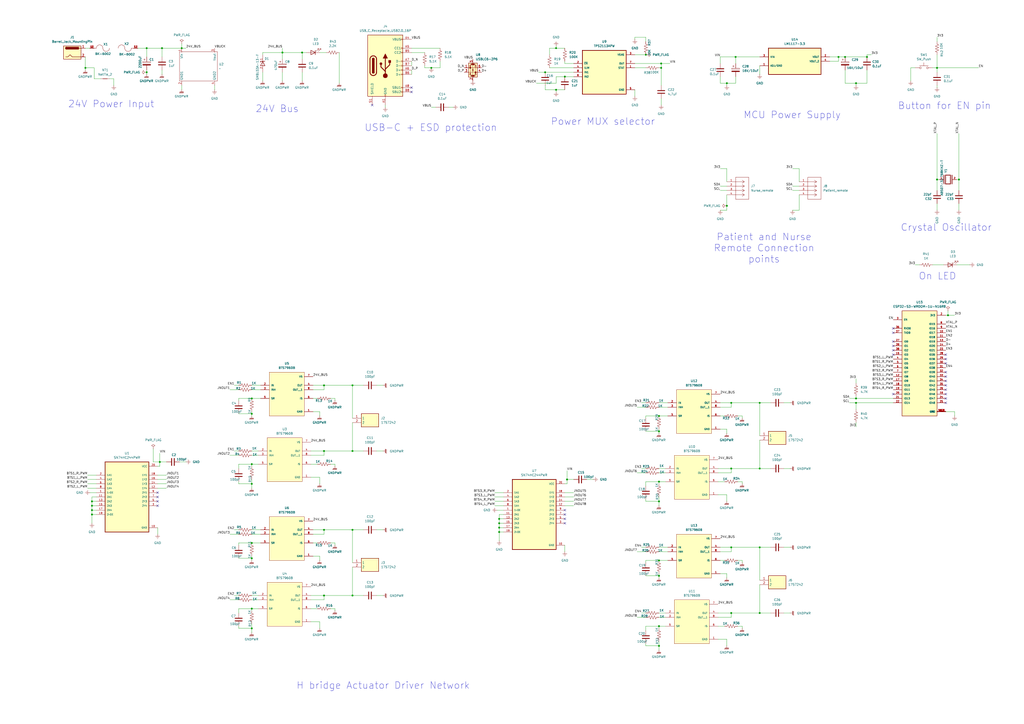
<source format=kicad_sch>
(kicad_sch (version 20250114) (generator "eeschema") (generator_version "9.0")
  (paper "A2")
  (text "H bridge Actuator Driver Network" (at 222.25 397.764 0) (effects (font (size 4 4))))
  (text "Crystal Oscillator" (at 548.894 132.08 0) (effects (font (size 4 4))))
  (text "MCU Power Supply" (at 459.486 66.802 0) (effects (font (size 4 4))))
  (text "Power MUX selector" (at 349.758 70.612 0) (effects (font (size 4 4))))
  (text "24V Bus" (at 160.782 63.246 0) (effects (font (size 4 4))))
  (text "Button for EN pin" (at 547.878 61.468 0) (effects (font (size 4 4))))
  (text "USB-C + ESD protection\n" (at 249.936 74.168 0) (effects (font (size 4 4))))
  (text "24V Power Input" (at 64.516 60.452 0) (effects (font (size 4 4))))
  (text "On LED\n" (at 543.814 160.274 0) (effects (font (size 4 4))))
  (text "Patient and Nurse\nRemote Connection\npoints" (at 443.23 144.018 0) (effects (font (size 4 4))))
  (junction (at 146.05 364.49))
  (junction (at 53.34 295.91))
  (junction (at 289.56 308.61))
  (junction (at 322.58 27.94))
  (junction (at 440.69 271.78))
  (junction (at 85.09 41.91))
  (junction (at 382.27 279.4))
  (junction (at 383.54 36.83))
  (junction (at 146.05 353.06))
  (junction (at 382.27 250.19))
  (junction (at 382.27 325.12))
  (junction (at 382.27 290.83))
  (junction (at 163.83 30.48))
  (junction (at 382.27 334.01))
  (junction (at 496.57 48.26))
  (junction (at 93.98 27.94))
  (junction (at 549.91 182.88))
  (junction (at 327.66 44.45))
  (junction (at 502.92 33.02))
  (junction (at 146.05 280.67))
  (junction (at 204.47 345.44))
  (junction (at 496.57 231.14))
  (junction (at 92.71 267.97))
  (junction (at 146.05 240.03))
  (junction (at 85.09 27.94))
  (junction (at 187.96 261.62))
  (junction (at 289.56 303.53))
  (junction (at 322.58 52.07))
  (junction (at 105.41 27.94))
  (junction (at 424.18 355.6))
  (junction (at 440.69 317.5))
  (junction (at 328.93 278.13))
  (junction (at 53.34 298.45))
  (junction (at 289.56 300.99))
  (junction (at 204.47 261.62))
  (junction (at 382.27 363.22))
  (junction (at 250.19 39.37))
  (junction (at 421.64 119.38))
  (junction (at 424.18 233.68))
  (junction (at 146.05 323.85))
  (junction (at 146.05 314.96))
  (junction (at 486.41 33.02))
  (junction (at 382.27 241.3))
  (junction (at 204.47 223.52))
  (junction (at 543.56 104.14))
  (junction (at 440.69 355.6))
  (junction (at 424.18 317.5))
  (junction (at 146.05 269.24))
  (junction (at 175.26 30.48))
  (junction (at 374.65 31.75))
  (junction (at 383.54 39.37))
  (junction (at 556.26 104.14))
  (junction (at 289.56 306.07))
  (junction (at 426.72 33.02))
  (junction (at 187.96 345.44))
  (junction (at 382.27 374.65))
  (junction (at 543.56 39.37))
  (junction (at 490.22 33.02))
  (junction (at 146.05 231.14))
  (junction (at 421.64 48.26))
  (junction (at 49.53 39.37))
  (junction (at 204.47 307.34))
  (junction (at 316.23 41.91))
  (junction (at 53.34 290.83))
  (junction (at 187.96 307.34))
  (junction (at 187.96 223.52))
  (junction (at 424.18 271.78))
  (junction (at 53.34 293.37))
  (junction (at 496.57 233.68))
  (junction (at 440.69 233.68))
  (no_connect (at 548.64 218.44))
  (no_connect (at 548.64 208.28))
  (no_connect (at 238.76 53.34))
  (no_connect (at 548.64 228.6))
  (no_connect (at 91.44 285.75))
  (no_connect (at 518.16 193.04))
  (no_connect (at 91.44 290.83))
  (no_connect (at 91.44 293.37))
  (no_connect (at 215.9 60.96))
  (no_connect (at 518.16 205.74))
  (no_connect (at 548.64 231.14))
  (no_connect (at 518.16 203.2))
  (no_connect (at 548.64 233.68))
  (no_connect (at 518.16 190.5))
  (no_connect (at 518.16 200.66))
  (no_connect (at 518.16 198.12))
  (no_connect (at 238.76 50.8))
  (no_connect (at 548.64 210.82))
  (no_connect (at 327.66 298.45))
  (no_connect (at 91.44 288.29))
  (no_connect (at 327.66 303.53))
  (no_connect (at 548.64 223.52))
  (no_connect (at 518.16 228.6))
  (no_connect (at 548.64 220.98))
  (no_connect (at 327.66 295.91))
  (no_connect (at 548.64 205.74))
  (no_connect (at 548.64 226.06))
  (no_connect (at 327.66 300.99))
  (no_connect (at 548.64 215.9))
  (wire (pts (xy 146.05 264.16) (xy 149.86 264.16)))
  (wire (pts (xy 146.05 361.95) (xy 146.05 364.49)))
  (wire (pts (xy 185.42 276.86) (xy 185.42 280.67)))
  (wire (pts (xy 133.35 347.98) (xy 138.43 347.98)))
  (wire (pts (xy 255.27 39.37) (xy 250.19 39.37)))
  (wire (pts (xy 85.09 41.91) (xy 85.09 43.18)))
  (wire (pts (xy 289.56 306.07) (xy 292.1 306.07)))
  (wire (pts (xy 194.31 269.24) (xy 194.31 270.51)))
  (wire (pts (xy 287.02 293.37) (xy 292.1 293.37)))
  (wire (pts (xy 135.89 223.52) (xy 138.43 223.52)))
  (wire (pts (xy 54.61 45.72) (xy 54.61 39.37)))
  (wire (pts (xy 204.47 261.62) (xy 210.82 261.62)))
  (wire (pts (xy 382.27 233.68) (xy 387.35 233.68)))
  (wire (pts (xy 554.99 153.67) (xy 562.61 153.67)))
  (wire (pts (xy 416.56 274.32) (xy 424.18 274.32)))
  (wire (pts (xy 191.77 269.24) (xy 194.31 269.24)))
  (wire (pts (xy 181.61 322.58) (xy 185.42 322.58)))
  (wire (pts (xy 107.95 267.97) (xy 104.14 267.97)))
  (wire (pts (xy 187.96 307.34) (xy 204.47 307.34)))
  (wire (pts (xy 556.26 110.49) (xy 556.26 104.14)))
  (wire (pts (xy 416.56 358.14) (xy 424.18 358.14)))
  (wire (pts (xy 382.27 374.65) (xy 382.27 377.19)))
  (wire (pts (xy 417.83 44.45) (xy 417.83 48.26)))
  (wire (pts (xy 496.57 229.87) (xy 496.57 231.14)))
  (wire (pts (xy 382.27 290.83) (xy 382.27 293.37)))
  (wire (pts (xy 548.64 238.76) (xy 553.72 238.76)))
  (wire (pts (xy 289.56 298.45) (xy 289.56 300.99)))
  (wire (pts (xy 138.43 280.67) (xy 146.05 280.67)))
  (wire (pts (xy 180.34 347.98) (xy 187.96 347.98)))
  (wire (pts (xy 138.43 363.22) (xy 138.43 364.49)))
  (wire (pts (xy 138.43 231.14) (xy 146.05 231.14)))
  (wire (pts (xy 250.19 62.23) (xy 252.73 62.23)))
  (wire (pts (xy 553.72 238.76) (xy 553.72 241.3)))
  (wire (pts (xy 383.54 36.83) (xy 388.62 36.83)))
  (wire (pts (xy 328.93 278.13) (xy 332.74 278.13)))
  (wire (pts (xy 543.56 39.37) (xy 567.69 39.37)))
  (wire (pts (xy 328.93 280.67) (xy 327.66 280.67)))
  (wire (pts (xy 327.66 288.29) (xy 332.74 288.29)))
  (wire (pts (xy 369.57 358.14) (xy 374.65 358.14)))
  (wire (pts (xy 383.54 39.37) (xy 382.27 39.37)))
  (wire (pts (xy 92.71 262.89) (xy 92.71 267.97)))
  (wire (pts (xy 50.8 283.21) (xy 55.88 283.21)))
  (wire (pts (xy 138.43 316.23) (xy 138.43 314.96)))
  (wire (pts (xy 85.09 40.64) (xy 85.09 41.91)))
  (wire (pts (xy 416.56 287.02) (xy 421.64 287.02)))
  (wire (pts (xy 368.3 39.37) (xy 374.65 39.37)))
  (wire (pts (xy 374.65 289.56) (xy 374.65 290.83)))
  (wire (pts (xy 238.76 27.94) (xy 255.27 27.94)))
  (wire (pts (xy 66.04 45.72) (xy 66.04 49.53)))
  (wire (pts (xy 204.47 223.52) (xy 204.47 242.57)))
  (wire (pts (xy 421.64 48.26) (xy 426.72 48.26)))
  (wire (pts (xy 417.83 248.92) (xy 421.64 248.92)))
  (wire (pts (xy 426.72 33.02) (xy 426.72 36.83)))
  (wire (pts (xy 374.65 281.94) (xy 374.65 279.4)))
  (wire (pts (xy 88.9 267.97) (xy 92.71 267.97)))
  (wire (pts (xy 417.83 317.5) (xy 424.18 317.5)))
  (wire (pts (xy 374.65 365.76) (xy 374.65 363.22)))
  (wire (pts (xy 218.44 307.34) (xy 222.25 307.34)))
  (wire (pts (xy 88.9 260.35) (xy 88.9 267.97)))
  (wire (pts (xy 496.57 233.68) (xy 496.57 237.49)))
  (wire (pts (xy 175.26 41.91) (xy 175.26 46.99)))
  (wire (pts (xy 146.05 270.51) (xy 146.05 269.24)))
  (wire (pts (xy 185.42 322.58) (xy 185.42 325.12)))
  (wire (pts (xy 382.27 334.01) (xy 382.27 335.28)))
  (wire (pts (xy 50.8 278.13) (xy 55.88 278.13)))
  (wire (pts (xy 374.65 290.83) (xy 382.27 290.83)))
  (wire (pts (xy 421.64 248.92) (xy 421.64 251.46)))
  (wire (pts (xy 53.34 293.37) (xy 55.88 293.37)))
  (wire (pts (xy 328.93 278.13) (xy 328.93 280.67)))
  (wire (pts (xy 502.92 48.26) (xy 502.92 40.64)))
  (wire (pts (xy 135.89 261.62) (xy 138.43 261.62)))
  (wire (pts (xy 440.69 233.68) (xy 447.04 233.68)))
  (wire (pts (xy 421.64 97.79) (xy 417.83 97.79)))
  (wire (pts (xy 80.01 27.94) (xy 85.09 27.94)))
  (wire (pts (xy 417.83 332.74) (xy 421.64 332.74)))
  (wire (pts (xy 383.54 36.83) (xy 383.54 39.37)))
  (wire (pts (xy 289.56 303.53) (xy 289.56 306.07)))
  (wire (pts (xy 181.61 309.88) (xy 187.96 309.88)))
  (wire (pts (xy 138.43 232.41) (xy 138.43 231.14)))
  (wire (pts (xy 382.27 241.3) (xy 387.35 241.3)))
  (wire (pts (xy 556.26 77.47) (xy 556.26 104.14)))
  (wire (pts (xy 369.57 236.22) (xy 374.65 236.22)))
  (wire (pts (xy 194.31 314.96) (xy 194.31 316.23)))
  (wire (pts (xy 133.35 226.06) (xy 138.43 226.06)))
  (wire (pts (xy 424.18 358.14) (xy 424.18 355.6)))
  (wire (pts (xy 368.3 36.83) (xy 383.54 36.83)))
  (wire (pts (xy 92.71 267.97) (xy 96.52 267.97)))
  (wire (pts (xy 91.44 306.07) (xy 91.44 309.88)))
  (wire (pts (xy 417.83 36.83) (xy 417.83 33.02)))
  (wire (pts (xy 124.46 49.53) (xy 124.46 52.07)))
  (wire (pts (xy 316.23 49.53) (xy 316.23 52.07)))
  (wire (pts (xy 382.27 250.19) (xy 382.27 251.46)))
  (wire (pts (xy 181.61 238.76) (xy 185.42 238.76)))
  (wire (pts (xy 327.66 290.83) (xy 332.74 290.83)))
  (wire (pts (xy 187.96 309.88) (xy 187.96 307.34)))
  (wire (pts (xy 181.61 231.14) (xy 184.15 231.14)))
  (wire (pts (xy 180.34 261.62) (xy 187.96 261.62)))
  (wire (pts (xy 454.66 271.78) (xy 458.47 271.78)))
  (wire (pts (xy 322.58 44.45) (xy 327.66 44.45)))
  (wire (pts (xy 49.53 27.94) (xy 52.07 27.94)))
  (wire (pts (xy 554.99 104.14) (xy 556.26 104.14)))
  (wire (pts (xy 238.76 30.48) (xy 246.38 30.48)))
  (wire (pts (xy 185.42 238.76) (xy 185.42 241.3)))
  (wire (pts (xy 218.44 261.62) (xy 222.25 261.62)))
  (wire (pts (xy 138.43 364.49) (xy 146.05 364.49)))
  (wire (pts (xy 181.61 307.34) (xy 187.96 307.34)))
  (wire (pts (xy 196.85 30.48) (xy 196.85 48.26)))
  (wire (pts (xy 374.65 21.59) (xy 368.3 21.59)))
  (wire (pts (xy 152.4 41.91) (xy 152.4 46.99)))
  (wire (pts (xy 107.95 27.94) (xy 105.41 27.94)))
  (wire (pts (xy 430.53 363.22) (xy 430.53 364.49)))
  (wire (pts (xy 175.26 30.48) (xy 175.26 34.29)))
  (wire (pts (xy 382.27 320.04) (xy 387.35 320.04)))
  (wire (pts (xy 146.05 314.96) (xy 151.13 314.96)))
  (wire (pts (xy 374.65 242.57) (xy 374.65 241.3)))
  (wire (pts (xy 374.65 325.12) (xy 382.27 325.12)))
  (wire (pts (xy 556.26 121.92) (xy 556.26 118.11)))
  (wire (pts (xy 421.64 119.38) (xy 421.64 121.92)))
  (wire (pts (xy 146.05 322.58) (xy 146.05 323.85)))
  (wire (pts (xy 53.34 298.45) (xy 55.88 298.45)))
  (wire (pts (xy 426.72 48.26) (xy 426.72 44.45)))
  (wire (pts (xy 312.42 41.91) (xy 316.23 41.91)))
  (wire (pts (xy 54.61 39.37) (xy 49.53 39.37)))
  (wire (pts (xy 382.27 280.67) (xy 382.27 279.4)))
  (wire (pts (xy 543.56 110.49) (xy 543.56 104.14)))
  (wire (pts (xy 105.41 49.53) (xy 105.41 52.07)))
  (wire (pts (xy 530.86 153.67) (xy 533.4 153.67)))
  (wire (pts (xy 289.56 300.99) (xy 289.56 303.53)))
  (wire (pts (xy 417.83 236.22) (xy 424.18 236.22)))
  (wire (pts (xy 55.88 288.29) (xy 53.34 288.29)))
  (wire (pts (xy 427.99 363.22) (xy 430.53 363.22)))
  (wire (pts (xy 146.05 223.52) (xy 151.13 223.52)))
  (wire (pts (xy 424.18 317.5) (xy 440.69 317.5)))
  (wire (pts (xy 383.54 49.53) (xy 383.54 39.37)))
  (wire (pts (xy 93.98 27.94) (xy 93.98 33.02)))
  (wire (pts (xy 372.11 233.68) (xy 374.65 233.68)))
  (wire (pts (xy 322.58 52.07) (xy 322.58 53.34)))
  (wire (pts (xy 238.76 35.56) (xy 238.76 38.1)))
  (wire (pts (xy 246.38 39.37) (xy 250.19 39.37)))
  (wire (pts (xy 530.86 39.37) (xy 528.32 39.37)))
  (wire (pts (xy 382.27 274.32) (xy 386.08 274.32)))
  (wire (pts (xy 344.17 278.13) (xy 340.36 278.13)))
  (wire (pts (xy 492.76 231.14) (xy 496.57 231.14)))
  (wire (pts (xy 463.55 105.41) (xy 463.55 97.79)))
  (wire (pts (xy 440.69 38.1) (xy 440.69 43.18)))
  (wire (pts (xy 463.55 121.92) (xy 459.74 121.92)))
  (wire (pts (xy 255.27 35.56) (xy 255.27 39.37)))
  (wire (pts (xy 187.96 264.16) (xy 187.96 261.62)))
  (wire (pts (xy 440.69 271.78) (xy 440.69 255.27)))
  (wire (pts (xy 146.05 240.03) (xy 146.05 241.3)))
  (wire (pts (xy 204.47 261.62) (xy 204.47 245.11)))
  (wire (pts (xy 91.44 283.21) (xy 96.52 283.21)))
  (wire (pts (xy 91.44 278.13) (xy 96.52 278.13)))
  (wire (pts (xy 146.05 278.13) (xy 146.05 280.67)))
  (wire (pts (xy 289.56 300.99) (xy 292.1 300.99)))
  (wire (pts (xy 548.64 182.88) (xy 549.91 182.88)))
  (wire (pts (xy 440.69 317.5) (xy 440.69 336.55)))
  (wire (pts (xy 289.56 313.69) (xy 289.56 308.61)))
  (wire (pts (xy 53.34 295.91) (xy 53.34 298.45)))
  (wire (pts (xy 93.98 27.94) (xy 105.41 27.94)))
  (wire (pts (xy 327.66 35.56) (xy 327.66 36.83)))
  (wire (pts (xy 63.5 45.72) (xy 66.04 45.72)))
  (wire (pts (xy 105.41 25.4) (xy 105.41 27.94)))
  (wire (pts (xy 289.56 308.61) (xy 292.1 308.61)))
  (wire (pts (xy 424.18 236.22) (xy 424.18 233.68)))
  (wire (pts (xy 53.34 288.29) (xy 53.34 290.83)))
  (wire (pts (xy 180.34 276.86) (xy 185.42 276.86)))
  (wire (pts (xy 421.64 332.74) (xy 421.64 335.28)))
  (wire (pts (xy 53.34 290.83) (xy 53.34 293.37)))
  (wire (pts (xy 417.83 48.26) (xy 421.64 48.26)))
  (wire (pts (xy 481.33 33.02) (xy 486.41 33.02)))
  (wire (pts (xy 417.83 110.49) (xy 421.64 110.49)))
  (wire (pts (xy 223.52 60.96) (xy 223.52 62.23)))
  (wire (pts (xy 93.98 40.64) (xy 93.98 43.18)))
  (wire (pts (xy 368.3 31.75) (xy 374.65 31.75)))
  (wire (pts (xy 440.69 355.6) (xy 440.69 339.09)))
  (wire (pts (xy 372.11 317.5) (xy 374.65 317.5)))
  (wire (pts (xy 318.77 39.37) (xy 332.74 39.37)))
  (wire (pts (xy 543.56 21.59) (xy 543.56 24.13)))
  (wire (pts (xy 289.56 303.53) (xy 292.1 303.53)))
  (wire (pts (xy 382.27 248.92) (xy 382.27 250.19)))
  (wire (pts (xy 374.65 24.13) (xy 374.65 21.59)))
  (wire (pts (xy 382.27 363.22) (xy 386.08 363.22)))
  (wire (pts (xy 138.43 353.06) (xy 146.05 353.06)))
  (wire (pts (xy 424.18 320.04) (xy 424.18 317.5)))
  (wire (pts (xy 505.46 31.75) (xy 502.92 31.75)))
  (wire (pts (xy 374.65 334.01) (xy 382.27 334.01)))
  (wire (pts (xy 382.27 279.4) (xy 386.08 279.4)))
  (wire (pts (xy 372.11 271.78) (xy 374.65 271.78)))
  (wire (pts (xy 430.53 279.4) (xy 430.53 280.67)))
  (wire (pts (xy 424.18 271.78) (xy 440.69 271.78)))
  (wire (pts (xy 463.55 113.03) (xy 463.55 121.92)))
  (wire (pts (xy 543.56 77.47) (xy 543.56 104.14)))
  (wire (pts (xy 194.31 231.14) (xy 194.31 232.41)))
  (wire (pts (xy 191.77 314.96) (xy 194.31 314.96)))
  (wire (pts (xy 490.22 40.64) (xy 490.22 48.26)))
  (wire (pts (xy 541.02 39.37) (xy 543.56 39.37)))
  (wire (pts (xy 382.27 358.14) (xy 386.08 358.14)))
  (wire (pts (xy 440.69 317.5) (xy 447.04 317.5)))
  (wire (pts (xy 138.43 269.24) (xy 146.05 269.24)))
  (wire (pts (xy 316.23 52.07) (xy 322.58 52.07)))
  (wire (pts (xy 318.77 31.75) (xy 318.77 27.94)))
  (wire (pts (xy 502.92 31.75) (xy 502.92 33.02)))
  (wire (pts (xy 146.05 323.85) (xy 146.05 325.12)))
  (wire (pts (xy 454.66 317.5) (xy 458.47 317.5)))
  (wire (pts (xy 382.27 355.6) (xy 386.08 355.6)))
  (wire (pts (xy 311.15 48.26) (xy 322.58 48.26)))
  (wire (pts (xy 146.05 269.24) (xy 149.86 269.24)))
  (wire (pts (xy 187.96 345.44) (xy 204.47 345.44)))
  (wire (pts (xy 53.34 293.37) (xy 53.34 295.91)))
  (wire (pts (xy 322.58 48.26) (xy 322.58 44.45)))
  (wire (pts (xy 327.66 316.23) (xy 327.66 320.04)))
  (wire (pts (xy 287.02 290.83) (xy 292.1 290.83)))
  (wire (pts (xy 496.57 231.14) (xy 518.16 231.14)))
  (wire (pts (xy 421.64 370.84) (xy 421.64 374.65)))
  (wire (pts (xy 218.44 223.52) (xy 222.25 223.52)))
  (wire (pts (xy 374.65 374.65) (xy 382.27 374.65)))
  (wire (pts (xy 382.27 332.74) (xy 382.27 334.01)))
  (wire (pts (xy 146.05 353.06) (xy 149.86 353.06)))
  (wire (pts (xy 180.34 264.16) (xy 187.96 264.16)))
  (wire (pts (xy 496.57 48.26) (xy 496.57 49.53)))
  (wire (pts (xy 50.8 280.67) (xy 55.88 280.67)))
  (wire (pts (xy 496.57 233.68) (xy 518.16 233.68)))
  (wire (pts (xy 246.38 38.1) (xy 246.38 39.37)))
  (wire (pts (xy 417.83 33.02) (xy 426.72 33.02)))
  (wire (pts (xy 138.43 314.96) (xy 146.05 314.96)))
  (wire (pts (xy 322.58 52.07) (xy 327.66 52.07)))
  (wire (pts (xy 440.69 271.78) (xy 447.04 271.78)))
  (wire (pts (xy 374.65 373.38) (xy 374.65 374.65)))
  (wire (pts (xy 543.56 121.92) (xy 543.56 118.11)))
  (wire (pts (xy 133.35 264.16) (xy 138.43 264.16)))
  (wire (pts (xy 327.66 36.83) (xy 332.74 36.83)))
  (wire (pts (xy 194.31 353.06) (xy 194.31 354.33)))
  (wire (pts (xy 322.58 27.94) (xy 327.66 27.94)))
  (wire (pts (xy 454.66 355.6) (xy 458.47 355.6)))
  (wire (pts (xy 138.43 279.4) (xy 138.43 280.67)))
  (wire (pts (xy 430.53 241.3) (xy 430.53 242.57)))
  (wire (pts (xy 180.34 360.68) (xy 185.42 360.68)))
  (wire (pts (xy 426.72 33.02) (xy 440.69 33.02)))
  (wire (pts (xy 138.43 355.6) (xy 138.43 353.06)))
  (wire (pts (xy 421.64 113.03) (xy 421.64 119.38)))
  (wire (pts (xy 146.05 226.06) (xy 151.13 226.06)))
  (wire (pts (xy 260.35 62.23) (xy 262.89 62.23)))
  (wire (pts (xy 417.83 233.68) (xy 424.18 233.68)))
  (wire (pts (xy 490.22 33.02) (xy 502.92 33.02)))
  (wire (pts (xy 424.18 233.68) (xy 440.69 233.68)))
  (wire (pts (xy 135.89 307.34) (xy 138.43 307.34)))
  (wire (pts (xy 374.65 250.19) (xy 382.27 250.19)))
  (wire (pts (xy 91.44 275.59) (xy 96.52 275.59)))
  (wire (pts (xy 372.11 355.6) (xy 374.65 355.6)))
  (wire (pts (xy 292.1 298.45) (xy 289.56 298.45)))
  (wire (pts (xy 541.02 153.67) (xy 547.37 153.67)))
  (wire (pts (xy 440.69 355.6) (xy 447.04 355.6)))
  (wire (pts (xy 318.77 27.94) (xy 322.58 27.94)))
  (wire (pts (xy 424.18 274.32) (xy 424.18 271.78)))
  (wire (pts (xy 327.66 44.45) (xy 332.74 44.45)))
  (wire (pts (xy 492.76 233.68) (xy 496.57 233.68)))
  (wire (pts (xy 528.32 39.37) (xy 528.32 46.99)))
  (wire (pts (xy 181.61 223.52) (xy 187.96 223.52)))
  (wire (pts (xy 289.56 306.07) (xy 289.56 308.61)))
  (wire (pts (xy 490.22 48.26) (xy 496.57 48.26)))
  (wire (pts (xy 421.64 121.92) (xy 417.83 121.92)))
  (wire (pts (xy 421.64 97.79) (xy 421.64 105.41)))
  (wire (pts (xy 146.05 238.76) (xy 146.05 240.03)))
  (wire (pts (xy 180.34 353.06) (xy 184.15 353.06)))
  (wire (pts (xy 218.44 345.44) (xy 222.25 345.44)))
  (wire (pts (xy 328.93 273.05) (xy 328.93 278.13)))
  (wire (pts (xy 92.71 267.97) (xy 92.71 270.51)))
  (wire (pts (xy 416.56 355.6) (xy 424.18 355.6)))
  (wire (pts (xy 549.91 180.34) (xy 549.91 182.88)))
  (wire (pts (xy 58.42 45.72) (xy 54.61 45.72)))
  (wire (pts (xy 427.99 325.12) (xy 430.53 325.12)))
  (wire (pts (xy 152.4 30.48) (xy 163.83 30.48)))
  (wire (pts (xy 181.61 314.96) (xy 184.15 314.96)))
  (wire (pts (xy 459.74 110.49) (xy 463.55 110.49)))
  (wire (pts (xy 369.57 274.32) (xy 374.65 274.32)))
  (wire (pts (xy 427.99 241.3) (xy 430.53 241.3)))
  (wire (pts (xy 287.02 285.75) (xy 292.1 285.75)))
  (wire (pts (xy 382.27 325.12) (xy 387.35 325.12)))
  (wire (pts (xy 382.27 317.5) (xy 387.35 317.5)))
  (wire (pts (xy 374.65 363.22) (xy 382.27 363.22)))
  (wire (pts (xy 368.3 21.59) (xy 368.3 22.86)))
  (wire (pts (xy 374.65 326.39) (xy 374.65 325.12)))
  (wire (pts (xy 374.65 241.3) (xy 382.27 241.3)))
  (wire (pts (xy 49.53 39.37) (xy 49.53 40.64)))
  (wire (pts (xy 163.83 30.48) (xy 175.26 30.48)))
  (wire (pts (xy 369.57 320.04) (xy 374.65 320.04)))
  (wire (pts (xy 382.27 236.22) (xy 387.35 236.22)))
  (wire (pts (xy 52.07 285.75) (xy 55.88 285.75)))
  (wire (pts (xy 543.56 31.75) (xy 543.56 39.37)))
  (wire (pts (xy 382.27 271.78) (xy 386.08 271.78)))
  (wire (pts (xy 180.34 269.24) (xy 184.15 269.24)))
  (wire (pts (xy 424.18 355.6) (xy 440.69 355.6)))
  (wire (pts (xy 459.74 107.95) (xy 463.55 107.95)))
  (wire (pts (xy 146.05 307.34) (xy 151.13 307.34)))
  (wire (pts (xy 53.34 303.53) (xy 53.34 298.45)))
  (wire (pts (xy 50.8 275.59) (xy 55.88 275.59)))
  (wire (pts (xy 430.53 325.12) (xy 430.53 326.39)))
  (wire (pts (xy 543.56 39.37) (xy 543.56 41.91)))
  (wire (pts (xy 440.69 233.68) (xy 440.69 252.73)))
  (wire (pts (xy 204.47 345.44) (xy 210.82 345.44)))
  (wire (pts (xy 416.56 279.4) (xy 420.37 279.4)))
  (wire (pts (xy 146.05 345.44) (xy 149.86 345.44)))
  (wire (pts (xy 486.41 33.02) (xy 490.22 33.02)))
  (wire (pts (xy 382.27 372.11) (xy 382.27 374.65)))
  (wire (pts (xy 85.09 27.94) (xy 85.09 33.02)))
  (wire (pts (xy 53.34 290.83) (xy 55.88 290.83)))
  (wire (pts (xy 187.96 223.52) (xy 204.47 223.52)))
  (wire (pts (xy 481.33 35.56) (xy 486.41 35.56)))
  (wire (pts (xy 316.23 41.91) (xy 332.74 41.91)))
  (wire (pts (xy 417.83 241.3) (xy 420.37 241.3)))
  (wire (pts (xy 238.76 40.64) (xy 238.76 43.18)))
  (wire (pts (xy 543.56 104.14) (xy 544.83 104.14)))
  (wire (pts (xy 146.05 347.98) (xy 149.86 347.98)))
  (wire (pts (xy 327.66 285.75) (xy 332.74 285.75)))
  (wire (pts (xy 421.64 48.26) (xy 421.64 49.53)))
  (wire (pts (xy 322.58 26.67) (xy 322.58 27.94)))
  (wire (pts (xy 146.05 364.49) (xy 146.05 367.03)))
  (wire (pts (xy 187.96 261.62) (xy 204.47 261.62)))
  (wire (pts (xy 417.83 320.04) (xy 424.18 320.04)))
  (wire (pts (xy 138.43 271.78) (xy 138.43 269.24)))
  (wire (pts (xy 543.56 49.53) (xy 543.56 50.8)))
  (wire (pts (xy 175.26 30.48) (xy 177.8 30.48)))
  (wire (pts (xy 288.29 295.91) (xy 292.1 295.91)))
  (wire (pts (xy 549.91 182.88) (xy 553.72 182.88)))
  (wire (pts (xy 146.05 231.14) (xy 151.13 231.14)))
  (wire (pts (xy 463.55 97.79) (xy 459.74 97.79)))
  (wire (pts (xy 374.65 279.4) (xy 382.27 279.4)))
  (wire (pts (xy 191.77 353.06) (xy 194.31 353.06)))
  (wire (pts (xy 85.09 27.94) (xy 93.98 27.94)))
  (wire (pts (xy 146.05 309.88) (xy 151.13 309.88)))
  (wire (pts (xy 185.42 360.68) (xy 185.42 364.49)))
  (wire (pts (xy 138.43 323.85) (xy 146.05 323.85)))
  (wire (pts (xy 454.66 233.68) (xy 458.47 233.68)))
  (wire (pts (xy 496.57 245.11) (xy 496.57 247.65)))
  (wire (pts (xy 181.61 226.06) (xy 187.96 226.06)))
  (wire (pts (xy 187.96 347.98) (xy 187.96 345.44)))
  (wire (pts (xy 163.83 30.48) (xy 163.83 34.29)))
  (wire (pts (xy 185.42 30.48) (xy 189.23 30.48)))
  (wire (pts (xy 146.05 354.33) (xy 146.05 353.06)))
  (wire (pts (xy 187.96 226.06) (xy 187.96 223.52)))
  (wire (pts (xy 204.47 307.34) (xy 204.47 326.39)))
  (wire (pts (xy 146.05 280.67) (xy 146.05 283.21)))
  (wire (pts (xy 486.41 35.56) (xy 486.41 33.02)))
  (wire (pts (xy 421.64 287.02) (xy 421.64 290.83)))
  (wire (pts (xy 152.4 30.48) (xy 152.4 31.75)))
  (wire (pts (xy 49.53 33.02) (xy 49.53 39.37)))
  (wire (pts (xy 191.77 231.14) (xy 194.31 231.14)))
  (wire (pts (xy 416.56 271.78) (xy 424.18 271.78)))
  (wire (pts (xy 496.57 219.71) (xy 496.57 222.25)))
  (wire (pts (xy 416.56 370.84) (xy 421.64 370.84)))
  (wire (pts (xy 138.43 240.03) (xy 146.05 240.03)))
  (wire (pts (xy 163.83 41.91) (xy 163.83 46.99)))
  (wire (pts (xy 92.71 270.51) (xy 91.44 270.51)))
  (wire (pts (xy 146.05 261.62) (xy 149.86 261.62)))
  (wire (pts (xy 91.44 280.67) (xy 96.52 280.67)))
  (wire (pts (xy 204.47 223.52) (xy 210.82 223.52)))
  (wire (pts (xy 383.54 57.15) (xy 383.54 60.96)))
  (wire (pts (xy 204.47 345.44) (xy 204.47 328.93)))
  (wire (pts (xy 180.34 345.44) (xy 187.96 345.44)))
  (wire (pts (xy 287.02 288.29) (xy 292.1 288.29)))
  (wire (pts (xy 417.83 325.12) (xy 420.37 325.12)))
  (wire (pts (xy 382.27 288.29) (xy 382.27 290.83)))
  (wire (pts (xy 53.34 295.91) (xy 55.88 295.91)))
  (wire (pts (xy 135.89 345.44) (xy 138.43 345.44)))
  (wire (pts (xy 133.35 309.88) (xy 138.43 309.88)))
  (wire (pts (xy 368.3 52.07) (xy 368.3 55.88)))
  (wire (pts (xy 163.83 27.94) (xy 163.83 30.48)))
  (wire (pts (xy 382.27 364.49) (xy 382.27 363.22)))
  (wire (pts (xy 427.99 279.4) (xy 430.53 279.4)))
  (wire (pts (xy 327.66 293.37) (xy 332.74 293.37)))
  (wire (pts (xy 417.83 107.95) (xy 421.64 107.95)))
  (wire (pts (xy 416.56 363.22) (xy 420.37 363.22)))
  (wire (pts (xy 204.47 307.34) (xy 210.82 307.34)))
  (wire (pts (xy 496.57 48.26) (xy 502.92 48.26)))
  (label "JNOUT8" (at 332.74 293.37 0))
  (label "BTS3_L_PWM" (at 518.16 218.44 180))
  (label "JNOUT8" (at 369.57 358.14 180))
  (label "BTS3_L_PWM" (at 287.02 288.29 180))
  (label "VBUCK" (at 124.46 27.94 0))
  (label "D_P" (at 269.24 41.91 180))
  (label "D+" (at 279.4 41.91 0))
  (label "XTAL_P" (at 548.64 187.96 0))
  (label "BTS2_L_PWM" (at 50.8 283.21 180))
  (label "VIN" (at 328.93 273.05 0))
  (label "3V3" (at 417.83 97.79 180))
  (label "24V_BUS" (at 416.56 350.52 0))
  (label "EN" (at 518.16 185.42 180))
  (label "JNOUT5" (at 332.74 285.75 0))
  (label "SCL" (at 492.76 233.68 180))
  (label "3V3" (at 543.56 21.59 0))
  (label "JNOUT1" (at 133.35 226.06 180))
  (label "JNOUT3" (at 96.52 280.67 0))
  (label "VBUS" (at 250.19 62.23 180))
  (label "BTS2_R_PWM" (at 50.8 280.67 180))
  (label "EN4" (at 372.11 317.5 180))
  (label "3V3" (at 459.74 97.79 180))
  (label "D_N" (at 269.24 39.37 180))
  (label "3V3" (at 505.46 31.75 0))
  (label "BTS4_L_PWM" (at 518.16 223.52 180))
  (label "SDA" (at 459.74 107.95 180))
  (label "BTS4_R_PWM" (at 287.02 290.83 180))
  (label "JNOUT1" (at 96.52 275.59 0))
  (label "VIN" (at 417.83 33.02 180))
  (label "JNOUT6" (at 332.74 288.29 0))
  (label "VBUS" (at 312.42 41.91 180))
  (label "EN1" (at 135.89 261.62 180))
  (label "XTAL_N" (at 548.64 190.5 0))
  (label "24V_BUS" (at 107.95 27.94 0))
  (label "BTS1_R_PWM" (at 50.8 275.59 180))
  (label "XTAL_P" (at 543.56 77.47 90))
  (label "EN2" (at 135.89 307.34 180))
  (label "VIN" (at 388.62 36.83 0))
  (label "3V3" (at 496.57 247.65 180))
  (label "EN1" (at 548.64 193.04 0))
  (label "JNOUT2" (at 96.52 278.13 0))
  (label "EN3" (at 372.11 233.68 180))
  (label "D-" (at 548.64 198.12 0))
  (label "24V_BUS" (at 163.83 27.94 180))
  (label "VBUCK" (at 311.15 48.26 180))
  (label "JNOUT5" (at 369.57 236.22 180))
  (label "EN4" (at 372.11 355.6 180))
  (label "BTS2_R_PWM" (at 518.16 215.9 180))
  (label "BTS1_L_PWM" (at 50.8 278.13 180))
  (label "BTS3_R_PWM" (at 518.16 220.98 180))
  (label "EN3" (at 372.11 271.78 180))
  (label "JNOUT6" (at 369.57 274.32 180))
  (label "BTS3_R_PWM" (at 287.02 285.75 180))
  (label "24V_BUS" (at 416.56 266.7 0))
  (label "BTS4_L_PWM" (at 287.02 293.37 180))
  (label "SCL" (at 459.74 110.49 180))
  (label "EN4" (at 548.64 213.36 0))
  (label "JNOUT3" (at 133.35 309.88 180))
  (label "BTS1_L_PWM" (at 518.16 208.28 180))
  (label "SDA" (at 492.76 231.14 180))
  (label "D+" (at 548.64 200.66 0))
  (label "D-" (at 279.4 39.37 0))
  (label "EN2" (at 135.89 345.44 180))
  (label "JNOUT2" (at 133.35 264.16 180))
  (label "D_N" (at 238.76 35.56 0))
  (label "3V3" (at 530.86 153.67 180))
  (label "JNOUT7" (at 369.57 320.04 180))
  (label "SCL" (at 417.83 110.49 180))
  (label "3V3" (at 496.57 219.71 180))
  (label "BTS4_R_PWM" (at 518.16 226.06 180))
  (label "EN" (at 567.69 39.37 0))
  (label "EN2" (at 548.64 195.58 0))
  (label "XTAL_N" (at 556.26 77.47 90))
  (label "24V_BUS" (at 417.83 228.6 0))
  (label "SDA" (at 417.83 107.95 180))
  (label "VBUS" (at 238.76 22.86 0))
  (label "BTS1_R_PWM" (at 518.16 210.82 180))
  (label "24V_BUS" (at 417.83 312.42 0))
  (label "3V3" (at 553.72 182.88 0))
  (label "24V_BUS" (at 181.61 218.44 0))
  (label "24V_BUS" (at 181.61 302.26 0))
  (label "VIN" (at 92.71 262.89 0))
  (label "24V_BUS" (at 180.34 340.36 0))
  (label "JNOUT4" (at 133.35 347.98 180))
  (label "EN3" (at 548.64 203.2 0))
  (label "VBUS" (at 274.32 34.29 180))
  (label "BTS2_L_PWM" (at 518.16 213.36 180))
  (label "24V_BUS" (at 180.34 256.54 0))
  (label "JNOUT7" (at 332.74 290.83 0))
  (label "JNOUT4" (at 96.52 283.21 0))
  (label "D_P" (at 238.76 40.64 0))
  (label "EN1" (at 135.89 223.52 180))
  (symbol (lib_id "Device:R_US") (at 142.24 223.52 90) (unit 1)
    (property "Reference" "R1" (at 138.684 221.996 90))
    (property "Value" "1K" (at 147.32 222.25 90))
    (property "Footprint" "Resistor_SMD:R_0603_1608Metric" (effects (hide yes)))
    (property "Description" "Resistor, US symbol" (effects (hide yes)))
  )
  (symbol (lib_id "power:Earth") (at 368.3 22.86 0) (unit 1)
    (property "Reference" "#PWR045" (effects (hide yes)))
    (property "Value" "GND" (at 368.3 27.94 0))
    (property "Description" "Power symbol creates a global label with name \"Earth\"" (effects (hide yes)))
  )
  (symbol (lib_id "power:GNDPWR") (at 458.47 355.6 90) (unit 1)
    (property "Reference" "#PWR059" (effects (hide yes)))
    (property "Value" "GNDPWR" (at 462.28 355.7269 90) (effects (justify right)))
    (property "Description" "Power symbol creates a global label with name \"GNDPWR\" , global ground" (effects (hide yes)))
  )
  (symbol (lib_name "BTS7960B_6") (lib_id "BTS7960B:BTS7960B") (at 401.32 274.32 0) (unit 1)
    (property "Reference" "U10" (at 401.32 259.08 0))
    (property "Value" "BTS7960B" (at 401.32 261.62 0))
    (property "Footprint" "custom_footprints:DPAK127P1490X440-8N" (effects (hide yes)))
    (property "PARTREV" "1.1" (effects (hide yes)))
    (property "MANUFACTURER" "Infineon" (effects (hide yes)))
    (property "MAXIMUM_PACKAGE_HEIGHT" "4.4mm" (effects (hide yes)))
    (property "STANDARD" "IPC-7351B" (effects (hide yes)))
  )
  (symbol (lib_id "Device:R_US") (at 246.38 34.29 0) (unit 1)
    (property "Reference" "R17" (at 248.92 33.0199 0) (effects (justify left)))
    (property "Value" "5.1K" (at 248.92 35.5599 0) (effects (justify left)))
    (property "Footprint" "Resistor_SMD:R_0603_1608Metric" (effects (hide yes)))
    (property "Description" "Resistor, US symbol" (effects (hide yes)))
  )
  (symbol (lib_id "Device:C") (at 138.43 275.59 0) (unit 1)
    (property "Reference" "C5" (at 134.112 273.558 0) (effects (justify left)))
    (property "Value" "100pF" (at 133.35 278.13 0) (effects (justify left)))
    (property "Footprint" "Capacitor_SMD:C_0603_1608Metric" (effects (hide yes)))
    (property "Description" "Unpolarized capacitor" (effects (hide yes)))
  )
  (symbol (lib_name "BTS7960B_2") (lib_id "BTS7960B:BTS7960B") (at 165.1 264.16 0) (unit 1)
    (property "Reference" "U3" (at 165.1 248.92 0))
    (property "Value" "BTS7960B" (at 165.1 251.46 0))
    (property "Footprint" "custom_footprints:DPAK127P1490X440-8N" (effects (hide yes)))
    (property "PARTREV" "1.1" (effects (hide yes)))
    (property "MANUFACTURER" "Infineon" (effects (hide yes)))
    (property "MAXIMUM_PACKAGE_HEIGHT" "4.4mm" (effects (hide yes)))
    (property "STANDARD" "IPC-7351B" (effects (hide yes)))
  )
  (symbol (lib_id "power:PWR_FLAG") (at 88.9 260.35 0) (unit 1)
    (property "Reference" "#FLG06" (effects (hide yes)))
    (property "Value" "PWR_FLAG" (at 88.9 255.27 0))
    (property "Description" "Special symbol for telling ERC where power comes from" (effects (hide yes)))
  )
  (symbol (lib_id "Device:C") (at 450.85 271.78 90) (unit 1)
    (property "Reference" "C24" (at 450.85 264.16 90))
    (property "Value" "100pF" (at 450.85 266.7 90))
    (property "Footprint" "Capacitor_SMD:C_0603_1608Metric" (effects (hide yes)))
    (property "Description" "Unpolarized capacitor" (effects (hide yes)))
  )
  (symbol (lib_id "Device:C") (at 214.63 261.62 90) (unit 1)
    (property "Reference" "C11" (at 214.63 254 90))
    (property "Value" "100pF" (at 214.63 256.54 90))
    (property "Footprint" "Capacitor_SMD:C_0603_1608Metric" (effects (hide yes)))
    (property "Description" "Unpolarized capacitor" (effects (hide yes)))
  )
  (symbol (lib_id "Device:C") (at 100.33 267.97 270) (unit 1)
    (property "Reference" "C2" (at 100.838 263.906 90))
    (property "Value" "100pF" (at 105.41 266.446 90))
    (property "Footprint" "Capacitor_SMD:C_0603_1608Metric" (effects (hide yes)))
    (property "Description" "Unpolarized capacitor" (effects (hide yes)))
  )
  (symbol (lib_id "SMBJ33A-13-F:SMBJ33A-13-F") (at 152.4 36.83 270) (unit 1)
    (property "Reference" "D1" (at 153.416 34.036 90) (effects (justify left)))
    (property "Value" "SMBJ33A-13-F" (at 149.352 31.242 0) (effects (justify left)))
    (property "Footprint" "custom_footprints:DIOM5336X250N" (effects (hide yes)))
    (property "MF" "Diodes Inc." (effects (hide yes)))
    (property "MAXIMUM_PACKAGE_HEIGHT" "2.50mm" (effects (hide yes)))
    (property "Package" "DO-214 Diodes Inc." (effects (hide yes)))
    (property "Price" "None" (effects (hide yes)))
    (property "Check_prices" "https://www.snapeda.com/parts/SMBJ33A-13-F/Diodes+Inc./view-part/?ref=eda" (effects (hide yes)))
    (property "STANDARD" "IPC 7351B" (effects (hide yes)))
    (property "PARTREV" "20 - 2" (effects (hide yes)))
    (property "SnapEDA_Link" "https://www.snapeda.com/parts/SMBJ33A-13-F/Diodes+Inc./view-part/?ref=snap" (effects (hide yes)))
    (property "SNAPEDA_PACKAGE_ID" "7518" (effects (hide yes)))
    (property "MP" "SMBJ33A-13-F" (effects (hide yes)))
    (property "Description_1" "600W 33V Transient Voltage Suppr. SMB | Diodes Inc SMBJ33A-13-F" (effects (hide yes)))
    (property "Availability" "In Stock" (effects (hide yes)))
    (property "MANUFACTURER" "Diodes Inc." (effects (hide yes)))
  )
  (symbol (lib_id "Device:R_US") (at 382.27 368.3 180) (unit 1)
    (property "Reference" "R32" (at 381.254 371.856 90))
    (property "Value" "1K" (at 381 365.252 90))
    (property "Footprint" "Resistor_SMD:R_0603_1608Metric" (effects (hide yes)))
    (property "Description" "Resistor, US symbol" (effects (hide yes)))
  )
  (symbol (lib_id "power:GNDPWR") (at 146.05 325.12 0) (unit 1)
    (property "Reference" "#PWR013" (effects (hide yes)))
    (property "Value" "GNDPWR" (at 145.923 328.93 0))
    (property "Description" "Power symbol creates a global label with name \"GNDPWR\" , global ground" (effects (hide yes)))
  )
  (symbol (lib_id "Device:LED") (at 551.18 153.67 180) (unit 1)
    (property "Reference" "D3" (at 552.7675 146.05 0))
    (property "Value" "LED" (at 552.7675 148.59 0))
    (property "Footprint" "LED_SMD:LED_1206_3216Metric" (effects (hide yes)))
    (property "Description" "Light emitting diode" (effects (hide yes)))
    (property "Sim.Pins" "1=K 2=A" (effects (hide yes)))
  )
  (symbol (lib_id "power:GNDPWR") (at 430.53 242.57 0) (unit 1)
    (property "Reference" "#PWR051" (effects (hide yes)))
    (property "Value" "GNDPWR" (at 430.403 246.38 0))
    (property "Description" "Power symbol creates a global label with name \"GNDPWR\" , global ground" (effects (hide yes)))
  )
  (symbol (lib_id "Device:R_US") (at 543.56 27.94 180) (unit 1)
    (property "Reference" "R42" (at 546.354 30.988 90))
    (property "Value" "10K" (at 546.1 26.67 90))
    (property "Footprint" "Resistor_SMD:R_0603_1608Metric" (effects (hide yes)))
    (property "Description" "Resistor, US symbol" (effects (hide yes)))
  )
  (symbol (lib_id "power:GNDPWR") (at 458.47 271.78 90) (unit 1)
    (property "Reference" "#PWR057" (effects (hide yes)))
    (property "Value" "GNDPWR" (at 462.28 271.9069 90) (effects (justify right)))
    (property "Description" "Power symbol creates a global label with name \"GNDPWR\" , global ground" (effects (hide yes)))
  )
  (symbol (lib_id "Device:C_Polarized") (at 490.22 36.83 0) (unit 1)
    (property "Reference" "C29" (at 494.03 34.6709 0) (effects (justify left)))
    (property "Value" "16V/10uF" (at 491.236 39.37 0) (effects (justify left)))
    (property "Footprint" "Capacitor_SMD:CP_Elec_4x5.4" (effects (hide yes)))
    (property "Description" "Polarized capacitor" (effects (hide yes)))
  )
  (symbol (lib_id "Device:C") (at 450.85 317.5 90) (unit 1)
    (property "Reference" "C25" (at 450.85 309.88 90))
    (property "Value" "100pF" (at 450.85 312.42 90))
    (property "Footprint" "Capacitor_SMD:C_0603_1608Metric" (effects (hide yes)))
    (property "Description" "Unpolarized capacitor" (effects (hide yes)))
  )
  (symbol (lib_id "Power_Protection:USBLC6-2P6") (at 274.32 39.37 0) (unit 1)
    (property "Reference" "U8" (at 275.9711 31.75 0) (effects (justify left)))
    (property "Value" "USBLC6-2P6" (at 275.9711 34.29 0) (effects (justify left)))
    (property "Footprint" "Package_TO_SOT_SMD:SOT-666" (effects (hide yes)))
    (property "Datasheet" "https://www.st.com/resource/en/datasheet/usblc6-2.pdf" (effects (hide yes)))
    (property "Description" "Very low capacitance ESD protection diode, 2 data-line, SOT-666" (effects (hide yes)))
  )
  (symbol (lib_id "Device:C") (at 374.65 285.75 0) (unit 1)
    (property "Reference" "C18" (at 370.332 283.718 0) (effects (justify left)))
    (property "Value" "100pF" (at 369.57 288.29 0) (effects (justify left)))
    (property "Footprint" "Capacitor_SMD:C_0603_1608Metric" (effects (hide yes)))
    (property "Description" "Unpolarized capacitor" (effects (hide yes)))
  )
  (symbol (lib_id "power:GNDPWR") (at 382.27 251.46 0) (unit 1)
    (property "Reference" "#PWR041" (effects (hide yes)))
    (property "Value" "GNDPWR" (at 382.143 255.27 0))
    (property "Description" "Power symbol creates a global label with name \"GNDPWR\" , global ground" (effects (hide yes)))
  )
  (symbol (lib_id "power:Earth") (at 288.29 295.91 270) (unit 1)
    (property "Reference" "#PWR032" (effects (hide yes)))
    (property "Value" "GND" (at 284.48 295.9099 90) (effects (justify right)))
    (property "Description" "Power symbol creates a global label with name \"Earth\"" (effects (hide yes)))
  )
  (symbol (lib_id "power:GNDPWR") (at 421.64 335.28 0) (unit 1)
    (property "Reference" "#PWR049" (effects (hide yes)))
    (property "Value" "GNDPWR" (at 421.513 339.09 0))
    (property "Description" "Power symbol creates a global label with name \"GNDPWR\" , global ground" (effects (hide yes)))
  )
  (symbol (lib_id "power:GNDPWR") (at 105.41 52.07 0) (unit 1)
    (property "Reference" "#PWR09" (effects (hide yes)))
    (property "Value" "GNDPWR" (at 105.283 55.88 0))
    (property "Description" "Power symbol creates a global label with name \"GNDPWR\" , global ground" (effects (hide yes)))
  )
  (symbol (lib_id "Device:R_US") (at 378.46 236.22 90) (unit 1)
    (property "Reference" "R22" (at 374.396 235.458 90))
    (property "Value" "1K" (at 383.032 235.458 90))
    (property "Footprint" "Resistor_SMD:R_0603_1608Metric" (effects (hide yes)))
    (property "Description" "Resistor, US symbol" (effects (hide yes)))
  )
  (symbol (lib_id "Device:R_US") (at 382.27 328.93 180) (unit 1)
    (property "Reference" "R31" (at 381 325.882 90))
    (property "Value" "1K" (at 381 332.74 90))
    (property "Footprint" "Resistor_SMD:R_0603_1608Metric" (effects (hide yes)))
    (property "Description" "Resistor, US symbol" (effects (hide yes)))
  )
  (symbol (lib_id "power:Earth") (at 417.83 121.92 0) (unit 1)
    (property "Reference" "#PWR060" (effects (hide yes)))
    (property "Value" "GND" (at 417.83 127 0))
    (property "Description" "Power symbol creates a global label with name \"Earth\"" (effects (hide yes)))
  )
  (symbol (lib_id "power:Earth") (at 553.72 241.3 0) (unit 1)
    (property "Reference" "#PWR068" (effects (hide yes)))
    (property "Value" "GND" (at 553.72 246.38 0))
    (property "Description" "Power symbol creates a global label with name \"Earth\"" (effects (hide yes)))
  )
  (symbol (lib_id "power:Earth") (at 496.57 49.53 0) (unit 1)
    (property "Reference" "#PWR064" (effects (hide yes)))
    (property "Value" "GND" (at 496.57 54.61 0))
    (property "Description" "Power symbol creates a global label with name \"Earth\"" (effects (hide yes)))
  )
  (symbol (lib_id "power:GNDPWR") (at 49.53 40.64 0) (unit 1)
    (property "Reference" "#PWR03" (effects (hide yes)))
    (property "Value" "GNDPWR" (at 49.403 44.45 0))
    (property "Description" "Power symbol creates a global label with name \"GNDPWR\" , global ground" (effects (hide yes)))
  )
  (symbol (lib_id "power:Earth") (at 421.64 49.53 0) (unit 1)
    (property "Reference" "#PWR061" (effects (hide yes)))
    (property "Value" "GND" (at 421.64 54.61 0))
    (property "Description" "Power symbol creates a global label with name \"Earth\"" (effects (hide yes)))
  )
  (symbol (lib_id "Device:NetTie_2") (at 60.96 45.72 0) (unit 1) (in_bom no)
    (property "Reference" "NT1" (at 60.96 40.64 0))
    (property "Value" "NetTie_2" (at 60.96 43.18 0))
    (property "Footprint" "NetTie:NetTie-2_SMD_Pad2.0mm" (effects (hide yes)))
    (property "Description" "Net tie, 2 pins" (effects (hide yes)))
  )
  (symbol (lib_id "Connector:Jack-DC") (at 41.91 30.48 0) (unit 1)
    (property "Reference" "J1" (at 41.91 21.59 0))
    (property "Value" "Barrel_Jack_MountingPin" (at 41.91 24.13 0))
    (property "Footprint" "Connector_BarrelJack:BarrelJack_GCT_DCJ200-10-A_Horizontal" (effects (hide yes)))
    (property "Description" "DC Barrel Jack" (effects (hide yes)))
  )
  (symbol (lib_id "power:GNDPWR") (at 185.42 241.3 0) (unit 1)
    (property "Reference" "#PWR018" (effects (hide yes)))
    (property "Value" "GNDPWR" (at 185.293 245.11 0))
    (property "Description" "Power symbol creates a global label with name \"GNDPWR\" , global ground" (effects (hide yes)))
  )
  (symbol (lib_id "power:GNDPWR") (at 185.42 364.49 0) (unit 1)
    (property "Reference" "#PWR021" (effects (hide yes)))
    (property "Value" "GNDPWR" (at 185.293 368.3 0))
    (property "Description" "Power symbol creates a global label with name \"GNDPWR\" , global ground" (effects (hide yes)))
  )
  (symbol (lib_id "power:GNDPWR") (at 194.31 354.33 0) (unit 1)
    (property "Reference" "#PWR025" (effects (hide yes)))
    (property "Value" "GNDPWR" (at 194.183 358.14 0))
    (property "Description" "Power symbol creates a global label with name \"GNDPWR\" , global ground" (effects (hide yes)))
  )
  (symbol (lib_id "Device:C") (at 138.43 320.04 0) (unit 1)
    (property "Reference" "C6" (at 134.366 317.754 0) (effects (justify left)))
    (property "Value" "100pF" (at 134.366 322.58 0) (effects (justify left)))
    (property "Footprint" "Capacitor_SMD:C_0603_1608Metric" (effects (hide yes)))
    (property "Description" "Unpolarized capacitor" (effects (hide yes)))
  )
  (symbol (lib_id "power:GNDPWR") (at 430.53 364.49 0) (unit 1)
    (property "Reference" "#PWR054" (effects (hide yes)))
    (property "Value" "GNDPWR" (at 430.403 368.3 0))
    (property "Description" "Power symbol creates a global label with name \"GNDPWR\" , global ground" (effects (hide yes)))
  )
  (symbol (lib_id "Device:C") (at 214.63 307.34 90) (unit 1)
    (property "Reference" "C12" (at 214.63 299.72 90))
    (property "Value" "100pF" (at 214.63 302.26 90))
    (property "Footprint" "Capacitor_SMD:C_0603_1608Metric" (effects (hide yes)))
    (property "Description" "Unpolarized capacitor" (effects (hide yes)))
  )
  (symbol (lib_id "SamacSys_Parts:1757242") (at 440.69 252.73 0) (unit 1)
    (property "Reference" "J5" (at 457.2 252.7299 0) (effects (justify left)))
    (property "Value" "1757242" (at 457.2 255.2699 0) (effects (justify left)))
    (property "Footprint" "custom_footprints:CONN_395224002_MOL" (effects (hide yes)))
    (property "Datasheet" "http://www.phoenixcontact.com/de/produkte/1757242/pdf" (effects (hide yes)))
    (property "Description" "PCB header, nominal cross section: 2.5 mm?, color: green, nominal current: 12 A, rated voltage (III/2): 320 V, contact surface: Tin, type of contact: Male connector, Number of potentials: 2, Number of rows: 1, Number of positions per row: 2, number of connections: 2, product range: MSTBA 2,5/..-G, pitch: 5.08 mm, mounting: Wave soldering, pin layout: Linear pinning, solder pin [P]: 3.5 mm, Stecksystem: CLASSIC COMBICON, Locking: without, type of packaging: packed in cardboard" (effects (hide yes)))
    (property "Height" "8.72" (effects (hide yes)))
    (property "Mouser Part Number" "651-1757242" (effects (hide yes)))
    (property "Mouser Price/Stock" "https://www.mouser.co.uk/ProductDetail/Phoenix-Contact/1757242?qs=uD%2FdkN7XIa3Ejiz9qDxlzw%3D%3D" (effects (hide yes)))
    (property "Manufacturer_Name" "Phoenix Contact" (effects (hide yes)))
    (property "Manufacturer_Part_Number" "1757242" (effects (hide yes)))
  )
  (symbol (lib_id "power:GNDPWR") (at 222.25 345.44 90) (unit 1)
    (property "Reference" "#PWR030" (effects (hide yes)))
    (property "Value" "GNDPWR" (at 226.06 345.5669 90) (effects (justify right)))
    (property "Description" "Power symbol creates a global label with name \"GNDPWR\" , global ground" (effects (hide yes)))
  )
  (symbol (lib_id "Device:C") (at 417.83 40.64 180) (unit 1)
    (property "Reference" "C27" (at 411.734 40.386 0) (effects (justify right)))
    (property "Value" "0.1uF" (at 411.734 42.926 0) (effects (justify right)))
    (property "Footprint" "Capacitor_SMD:C_0603_1608Metric" (effects (hide yes)))
    (property "Datasheet" "kicad-embed://TAIYO_YUDEN_03-08-2024_MAJCU168BB7104KTEA01_SS.pdf" (effects (hide yes)))
    (property "Description" "Unpolarized capacitor" (effects (hide yes)))
    (property "MANUFACTURER_PART_NUMBER" "MAJCU168BB7104KTEA01" (effects (hide yes)))
    (property "DESCRIPTION" "Multilayer Ceramic Capacitors MLCC - SMD/SMT 50V 0.1uF 0603 X7R 10% AECQ2" (effects (hide yes)))
  )
  (symbol (lib_id "power:Earth") (at 368.3 55.88 0) (unit 1)
    (property "Reference" "#PWR046" (effects (hide yes)))
    (property "Value" "GND" (at 368.3 60.96 0))
    (property "Description" "Power symbol creates a global label with name \"Earth\"" (effects (hide yes)))
  )
  (symbol (lib_id "power:GNDPWR") (at 421.64 374.65 0) (unit 1)
    (property "Reference" "#PWR050" (effects (hide yes)))
    (property "Value" "GNDPWR" (at 421.513 378.46 0))
    (property "Description" "Power symbol creates a global label with name \"GNDPWR\" , global ground" (effects (hide yes)))
  )
  (symbol (lib_id "Device:R_US") (at 255.27 31.75 0) (unit 1)
    (property "Reference" "R18" (at 257.81 30.4799 0) (effects (justify left)))
    (property "Value" "5.1K" (at 257.81 33.0199 0) (effects (justify left)))
    (property "Footprint" "Resistor_SMD:R_0603_1608Metric" (effects (hide yes)))
    (property "Description" "Resistor, US symbol" (effects (hide yes)))
  )
  (symbol (lib_id "Device:C") (at 374.65 330.2 0) (unit 1)
    (property "Reference" "C19" (at 370.586 327.914 0) (effects (justify left)))
    (property "Value" "100pF" (at 370.586 332.74 0) (effects (justify left)))
    (property "Footprint" "Capacitor_SMD:C_0603_1608Metric" (effects (hide yes)))
    (property "Description" "Unpolarized capacitor" (effects (hide yes)))
  )
  (symbol (lib_id "power:GNDPWR") (at 93.98 43.18 0) (unit 1)
    (property "Reference" "#PWR07" (effects (hide yes)))
    (property "Value" "GNDPWR" (at 93.853 46.99 0))
    (property "Description" "Power symbol creates a global label with name \"GNDPWR\" , global ground" (effects (hide yes)))
  )
  (symbol (lib_id "Device:R_US") (at 146.05 318.77 180) (unit 1)
    (property "Reference" "R11" (at 144.78 315.722 90))
    (property "Value" "1K" (at 144.78 322.58 90))
    (property "Footprint" "Resistor_SMD:R_0603_1608Metric" (effects (hide yes)))
    (property "Description" "Resistor, US symbol" (effects (hide yes)))
  )
  (symbol (lib_id "Device:C") (at 138.43 236.22 0) (unit 1)
    (property "Reference" "C4" (at 134.366 233.934 0) (effects (justify left)))
    (property "Value" "100pF" (at 134.366 238.76 0) (effects (justify left)))
    (property "Footprint" "Capacitor_SMD:C_0603_1608Metric" (effects (hide yes)))
    (property "Description" "Unpolarized capacitor" (effects (hide yes)))
  )
  (symbol (lib_id "Device:C") (at 214.63 223.52 90) (unit 1)
    (property "Reference" "C10" (at 214.63 215.9 90))
    (property "Value" "100pF" (at 214.63 218.44 90))
    (property "Footprint" "Capacitor_SMD:C_0603_1608Metric" (effects (hide yes)))
    (property "Description" "Unpolarized capacitor" (effects (hide yes)))
  )
  (symbol (lib_id "Device:R_US") (at 378.46 274.32 90) (unit 1)
    (property "Reference" "R24" (at 373.888 273.558 90))
    (property "Value" "1K" (at 384.048 273.812 90))
    (property "Footprint" "Resistor_SMD:R_0603_1608Metric" (effects (hide yes)))
    (property "Description" "Resistor, US symbol" (effects (hide yes)))
  )
  (symbol (lib_id "Device:R_US") (at 424.18 279.4 90) (unit 1)
    (property "Reference" "R34" (at 427.228 277.622 90))
    (property "Value" "1K" (at 420.624 277.876 90))
    (property "Footprint" "Resistor_SMD:R_0603_1608Metric" (effects (hide yes)))
    (property "Description" "Resistor, US symbol" (effects (hide yes)))
  )
  (symbol (lib_id "power:GNDPWR") (at 382.27 377.19 0) (unit 1)
    (property "Reference" "#PWR044" (effects (hide yes)))
    (property "Value" "GNDPWR" (at 382.143 381 0))
    (property "Description" "Power symbol creates a global label with name \"GNDPWR\" , global ground" (effects (hide yes)))
  )
  (symbol (lib_id "Device:C") (at 383.54 53.34 180) (unit 1)
    (property "Reference" "C22" (at 387.35 52.0699 0) (effects (justify right)))
    (property "Value" "4.7uF" (at 387.35 54.6099 0) (effects (justify right)))
    (property "Footprint" "Capacitor_SMD:C_0603_1608Metric" (effects (hide yes)))
    (property "Datasheet" "kicad-embed://TAIYO_YUDEN_03-08-2024_MAJCU168BB7104KTEA01_SS.pdf" (effects (hide yes)))
    (property "Description" "Unpolarized capacitor" (effects (hide yes)))
    (property "MANUFACTURER_PART_NUMBER" "06036C475KAT2A" (effects (hide yes)))
    (property "DESCRIPTION" "Multilayer Ceramic Capacitors MLCC - SMD/SMT 6.3V 4.7uF X7R 0603 10% Tol" (effects (hide yes)))
  )
  (symbol (lib_id "Device:R_US") (at 424.18 363.22 90) (unit 1)
    (property "Reference" "R36" (at 427.228 361.442 90))
    (property "Value" "1K" (at 420.624 361.696 90))
    (property "Footprint" "Resistor_SMD:R_0603_1608Metric" (effects (hide yes)))
    (property "Description" "Resistor, US symbol" (effects (hide yes)))
  )
  (symbol (lib_id "Device:C") (at 214.63 345.44 90) (unit 1)
    (property "Reference" "C13" (at 214.63 337.82 90))
    (property "Value" "100pF" (at 214.63 340.36 90))
    (property "Footprint" "Capacitor_SMD:C_0603_1608Metric" (effects (hide yes)))
    (property "Description" "Unpolarized capacitor" (effects (hide yes)))
  )
  (symbol (lib_id "Device:C_Polarized") (at 426.72 40.64 0) (unit 1)
    (property "Reference" "C28" (at 430.53 38.4809 0) (effects (justify left)))
    (property "Value" "16V/10uF" (at 430.53 41.0209 0) (effects (justify left)))
    (property "Footprint" "Capacitor_SMD:CP_Elec_4x5.4" (effects (hide yes)))
    (property "Description" "Polarized capacitor" (effects (hide yes)))
  )
  (symbol (lib_id "power:GNDPWR") (at 185.42 280.67 0) (unit 1)
    (property "Reference" "#PWR019" (effects (hide yes)))
    (property "Value" "GNDPWR" (at 185.293 284.48 0))
    (property "Description" "Power symbol creates a global label with name \"GNDPWR\" , global ground" (effects (hide yes)))
  )
  (symbol (lib_id "Device:R_US") (at 142.24 345.44 90) (unit 1)
    (property "Reference" "R7" (at 138.43 344.17 90))
    (property "Value" "1K" (at 147.574 343.916 90))
    (property "Footprint" "Resistor_SMD:R_0603_1608Metric" (effects (hide yes)))
    (property "Description" "Resistor, US symbol" (effects (hide yes)))
  )
  (symbol (lib_id "power:Earth") (at 223.52 62.23 0) (unit 1)
    (property "Reference" "#PWR031" (effects (hide yes)))
    (property "Value" "GND" (at 223.52 67.31 0))
    (property "Description" "Power symbol creates a global label with name \"Earth\"" (effects (hide yes)))
  )
  (symbol (lib_id "Device:C") (at 93.98 36.83 180) (unit 1)
    (property "Reference" "C3" (at 97.79 35.5599 0) (effects (justify right)))
    (property "Value" "1uF" (at 97.79 38.0999 0) (effects (justify right)))
    (property "Footprint" "Capacitor_SMD:C_0603_1608Metric" (effects (hide yes)))
    (property "Datasheet" "kicad-embed://TAIYO_YUDEN_03-08-2024_MAJCU168BB7104KTEA01_SS.pdf" (effects (hide yes)))
    (property "Description" "Unpolarized capacitor" (effects (hide yes)))
    (property "MANUFACTURER_PART_NUMBER" "MAJCU168BB7104KTEA01" (effects (hide yes)))
    (property "DESCRIPTION" "Multilayer Ceramic Capacitors MLCC - SMD/SMT 50V 0.1uF 0603 X7R 10% AECQ2" (effects (hide yes)))
  )
  (symbol (lib_id "SamacSys_Parts:1757242") (at 440.69 336.55 0) (unit 1)
    (property "Reference" "J6" (at 457.2 336.5499 0) (effects (justify left)))
    (property "Value" "1757242" (at 457.2 339.0899 0) (effects (justify left)))
    (property "Footprint" "custom_footprints:CONN_395224002_MOL" (effects (hide yes)))
    (property "Datasheet" "http://www.phoenixcontact.com/de/produkte/1757242/pdf" (effects (hide yes)))
    (property "Description" "PCB header, nominal cross section: 2.5 mm?, color: green, nominal current: 12 A, rated voltage (III/2): 320 V, contact surface: Tin, type of contact: Male connector, Number of potentials: 2, Number of rows: 1, Number of positions per row: 2, number of connections: 2, product range: MSTBA 2,5/..-G, pitch: 5.08 mm, mounting: Wave soldering, pin layout: Linear pinning, solder pin [P]: 3.5 mm, Stecksystem: CLASSIC COMBICON, Locking: without, type of packaging: packed in cardboard" (effects (hide yes)))
    (property "Height" "8.72" (effects (hide yes)))
    (property "Mouser Part Number" "651-1757242" (effects (hide yes)))
    (property "Mouser Price/Stock" "https://www.mouser.co.uk/ProductDetail/Phoenix-Contact/1757242?qs=uD%2FdkN7XIa3Ejiz9qDxlzw%3D%3D" (effects (hide yes)))
    (property "Manufacturer_Name" "Phoenix Contact" (effects (hide yes)))
    (property "Manufacturer_Part_Number" "1757242" (effects (hide yes)))
  )
  (symbol (lib_id "Device:R_US") (at 146.05 234.95 180) (unit 1)
    (property "Reference" "R9" (at 144.78 231.902 90))
    (property "Value" "1K" (at 144.78 238.76 90))
    (property "Footprint" "Resistor_SMD:R_0603_1608Metric" (effects (hide yes)))
    (property "Description" "Resistor, US symbol" (effects (hide yes)))
  )
  (symbol (lib_id "power:Earth") (at 322.58 26.67 180) (unit 1)
    (property "Reference" "#PWR039" (effects (hide yes)))
    (property "Value" "GND" (at 322.58 21.59 0))
    (property "Description" "Power symbol creates a global label with name \"Earth\"" (effects (hide yes)))
  )
  (symbol (lib_id "Device:R_US") (at 142.24 347.98 90) (unit 1)
    (property "Reference" "R8" (at 137.668 347.218 90))
    (property "Value" "1K" (at 147.828 347.472 90))
    (property "Footprint" "Resistor_SMD:R_0603_1608Metric" (effects (hide yes)))
    (property "Description" "Resistor, US symbol" (effects (hide yes)))
  )
  (symbol (lib_id "BK-6002:BK-6002") (at 72.39 27.94 180) (unit 1)
    (property "Reference" "X2" (at 73.406 25.4 0))
    (property "Value" "BK-6002" (at 73.66 31.496 0))
    (property "Footprint" "custom_footprints:BAT_BK-6002" (effects (hide yes)))
    (property "MF" "MPD (Memory Protection Devices)" (effects (hide yes)))
    (property "MAXIMUM_PACKAGE_HEIGHT" "7.11mm" (effects (hide yes)))
    (property "Package" "None" (effects (hide yes)))
    (property "Price" "None" (effects (hide yes)))
    (property "Check_prices" "https://www.snapeda.com/parts/BK-6002/MPD/view-part/?ref=eda" (effects (hide yes)))
    (property "STANDARD" "Manufacturer Recommendations" (effects (hide yes)))
    (property "PARTREV" "A" (effects (hide yes)))
    (property "SnapEDA_Link" "https://www.snapeda.com/parts/BK-6002/MPD/view-part/?ref=snap" (effects (hide yes)))
    (property "MP" "BK-6002" (effects (hide yes)))
    (property "Description_1" "Fuse Clip - 1 Circuit Cartridge Through Hole" (effects (hide yes)))
    (property "Availability" "In Stock" (effects (hide yes)))
    (property "MANUFACTURER" "MPD" (effects (hide yes)))
  )
  (symbol (lib_id "Device:R_US") (at 378.46 233.68 90) (unit 1)
    (property "Reference" "R21" (at 374.904 232.156 90))
    (property "Value" "1K" (at 383.54 232.41 90))
    (property "Footprint" "Resistor_SMD:R_0603_1608Metric" (effects (hide yes)))
    (property "Description" "Resistor, US symbol" (effects (hide yes)))
  )
  (symbol (lib_id "power:Earth") (at 262.89 62.23 90) (unit 1)
    (property "Reference" "#PWR035" (effects (hide yes)))
    (property "Value" "GND" (at 266.7 62.2299 90) (effects (justify right)))
    (property "Description" "Power symbol creates a global label with name \"Earth\"" (effects (hide yes)))
  )
  (symbol (lib_id "Device:C") (at 256.54 62.23 90) (unit 1)
    (property "Reference" "C14" (at 256.54 54.61 90))
    (property "Value" "0.1uF" (at 256.54 57.15 90))
    (property "Footprint" "Capacitor_SMD:C_0603_1608Metric" (effects (hide yes)))
    (property "Datasheet" "kicad-embed://TAIYO_YUDEN_03-08-2024_MAJCU168BB7104KTEA01_SS.pdf" (effects (hide yes)))
    (property "Description" "Unpolarized capacitor" (effects (hide yes)))
    (property "MANUFACTURER_PART_NUMBER" "MAJCU168BB7104KTEA01" (effects (hide yes)))
    (property "DESCRIPTION" "Multilayer Ceramic Capacitors MLCC - SMD/SMT 50V 0.1uF 0603 X7R 10% AECQ2" (effects (hide yes)))
  )
  (symbol (lib_id "Device:R_US") (at 424.18 241.3 270) (unit 1)
    (property "Reference" "R33" (at 421.132 242.57 90))
    (property "Value" "1K" (at 427.736 242.824 90))
    (property "Footprint" "Resistor_SMD:R_0603_1608Metric" (effects (hide yes)))
    (property "Description" "Resistor, US symbol" (effects (hide yes)))
  )
  (symbol (lib_id "power:Earth") (at 322.58 53.34 0) (unit 1)
    (property "Reference" "#PWR040" (effects (hide yes)))
    (property "Value" "GND" (at 322.58 58.42 0))
    (property "Description" "Power symbol creates a global label with name \"Earth\"" (effects (hide yes)))
  )
  (symbol (lib_name "BTS7960B_1") (lib_id "BTS7960B:BTS7960B") (at 166.37 226.06 0) (unit 1)
    (property "Reference" "U5" (at 166.37 210.82 0))
    (property "Value" "BTS7960B" (at 166.37 213.36 0))
    (property "Footprint" "custom_footprints:DPAK127P1490X440-8N" (effects (hide yes)))
    (property "PARTREV" "1.1" (effects (hide yes)))
    (property "MANUFACTURER" "Infineon" (effects (hide yes)))
    (property "MAXIMUM_PACKAGE_HEIGHT" "4.4mm" (effects (hide yes)))
    (property "STANDARD" "IPC-7351B" (effects (hide yes)))
  )
  (symbol (lib_id "Device:C_Polarized") (at 85.09 36.83 0) (unit 1)
    (property "Reference" "C1" (at 86.614 34.544 0) (effects (justify left)))
    (property "Value" "2200uF" (at 81.28 39.624 90) (effects (justify left)))
    (property "Footprint" "Capacitor_THT:CP_Radial_D16.0mm_P7.50mm" (effects (hide yes)))
    (property "Description" "Polarized capacitor" (effects (hide yes)))
  )
  (symbol (lib_id "Device:R_US") (at 378.46 355.6 90) (unit 1)
    (property "Reference" "R27" (at 374.65 354.33 90))
    (property "Value" "1K" (at 383.794 354.076 90))
    (property "Footprint" "Resistor_SMD:R_0603_1608Metric" (effects (hide yes)))
    (property "Description" "Resistor, US symbol" (effects (hide yes)))
  )
  (symbol (lib_id "Device:LED") (at 181.61 30.48 180) (unit 1)
    (property "Reference" "D2" (at 183.1975 22.86 0))
    (property "Value" "LED" (at 183.1975 25.4 0))
    (property "Footprint" "LED_THT:LED_D3.0mm" (effects (hide yes)))
    (property "Description" "Light emitting diode" (effects (hide yes)))
    (property "Sim.Pins" "1=K 2=A" (effects (hide yes)))
  )
  (symbol (lib_id "power:Earth") (at 459.74 121.92 0) (unit 1)
    (property "Reference" "#PWR063" (effects (hide yes)))
    (property "Value" "GND" (at 459.74 127 0))
    (property "Description" "Power symbol creates a global label with name \"Earth\"" (effects (hide yes)))
  )
  (symbol (lib_id "power:PWR_FLAG") (at 421.64 119.38 90) (unit 1)
    (property "Reference" "#FLG04" (effects (hide yes)))
    (property "Value" "PWR_FLAG" (at 417.83 119.3799 90) (effects (justify left)))
    (property "Description" "Special symbol for telling ERC where power comes from" (effects (hide yes)))
  )
  (symbol (lib_id "power:Earth") (at 327.66 320.04 0) (unit 1)
    (property "Reference" "#PWR037" (effects (hide yes)))
    (property "Value" "GND" (at 327.66 325.12 0))
    (property "Description" "Power symbol creates a global label with name \"Earth\"" (effects (hide yes)))
  )
  (symbol (lib_id "Device:C") (at 138.43 359.41 0) (unit 1)
    (property "Reference" "C7" (at 134.112 357.378 0) (effects (justify left)))
    (property "Value" "100pF" (at 133.35 361.95 0) (effects (justify left)))
    (property "Footprint" "Capacitor_SMD:C_0603_1608Metric" (effects (hide yes)))
    (property "Description" "Unpolarized capacitor" (effects (hide yes)))
  )
  (symbol (lib_id "Device:R_US") (at 142.24 261.62 90) (unit 1)
    (property "Reference" "R3" (at 138.43 260.35 90))
    (property "Value" "1K" (at 147.574 260.096 90))
    (property "Footprint" "Resistor_SMD:R_0603_1608Metric" (effects (hide yes)))
    (property "Description" "Resistor, US symbol" (effects (hide yes)))
  )
  (symbol (lib_id "Device:C") (at 175.26 38.1 180) (unit 1)
    (property "Reference" "C9" (at 179.07 36.8299 0) (effects (justify right)))
    (property "Value" "0.1uF" (at 179.07 39.3699 0) (effects (justify right)))
    (property "Footprint" "Capacitor_SMD:C_0603_1608Metric" (effects (hide yes)))
    (property "Datasheet" "kicad-embed://TAIYO_YUDEN_03-08-2024_MAJCU168BB7104KTEA01_SS.pdf" (effects (hide yes)))
    (property "Description" "Unpolarized capacitor" (effects (hide yes)))
    (property "MANUFACTURER_PART_NUMBER" "MAJCU168BB7104KTEA01" (effects (hide yes)))
    (property "DESCRIPTION" "Multilayer Ceramic Capacitors MLCC - SMD/SMT 50V 0.1uF 0603 X7R 10% AECQ2" (effects (hide yes)))
  )
  (symbol (lib_id "Device:R_US") (at 187.96 314.96 270) (unit 1)
    (property "Reference" "R15" (at 184.912 316.23 90))
    (property "Value" "1K" (at 191.516 316.484 90))
    (property "Footprint" "Resistor_SMD:R_0603_1608Metric" (effects (hide yes)))
    (property "Description" "Resistor, US symbol" (effects (hide yes)))
  )
  (symbol (lib_id "1718560004:1718560004") (at 421.64 105.41 0) (unit 1)
    (property "Reference" "J7" (at 435.61 107.9499 0) (effects (justify left)))
    (property "Value" "Nurse_remote" (at 435.61 110.4899 0) (effects (justify left)))
    (property "Footprint" "custom_footprints:CONN04_1718560004_MOL" (effects (hide yes)))
    (property "MF" "Molex" (effects (hide yes)))
    (property "Description_1" "Connector Header Through Hole 4 position 0.100 (2.54mm)" (effects (hide yes)))
    (property "Package" "None" (effects (hide yes)))
    (property "Price" "None" (effects (hide yes)))
    (property "Check_prices" "https://www.snapeda.com/parts/1718560004/Molex/view-part/?ref=eda" (effects (hide yes)))
    (property "Availability" "In Stock" (effects (hide yes)))
    (property "SnapEDA_Link" "https://www.snapeda.com/parts/1718560004/Molex/view-part/?ref=snap" (effects (hide yes)))
    (property "MP" "1718560004" (effects (hide yes)))
    (property "MFR_NAME" "Molex Connector Corporation" (effects (hide yes)))
    (property "MANUFACTURER_PART_NUMBER" "1718560004" (effects (hide yes)))
  )
  (symbol (lib_id "power:GNDPWR") (at 430.53 280.67 0) (unit 1)
    (property "Reference" "#PWR052" (effects (hide yes)))
    (property "Value" "GNDPWR" (at 430.403 284.48 0))
    (property "Description" "Power symbol creates a global label with name \"GNDPWR\" , global ground" (effects (hide yes)))
  )
  (symbol (lib_id "power:Earth") (at 344.17 278.13 90) (unit 1)
    (property "Reference" "#PWR038" (effects (hide yes)))
    (property "Value" "GND" (at 347.98 278.1299 90) (effects (justify right)))
    (property "Description" "Power symbol creates a global label with name \"Earth\"" (effects (hide yes)))
  )
  (symbol (lib_id "Device:R_US") (at 378.46 317.5 90) (unit 1)
    (property "Reference" "R25" (at 374.904 315.976 90))
    (property "Value" "1K" (at 383.54 316.23 90))
    (property "Footprint" "Resistor_SMD:R_0603_1608Metric" (effects (hide yes)))
    (property "Description" "Resistor, US symbol" (effects (hide yes)))
  )
  (symbol (lib_id "power:GNDPWR") (at 175.26 46.99 0) (unit 1)
    (property "Reference" "#PWR017" (effects (hide yes)))
    (property "Value" "GNDPWR" (at 175.133 50.8 0))
    (property "Description" "Power symbol creates a global label with name \"GNDPWR\" , global ground" (effects (hide yes)))
  )
  (symbol (lib_id "power:GNDPWR") (at 196.85 48.26 0) (unit 1)
    (property "Reference" "#PWR026" (effects (hide yes)))
    (property "Value" "GNDPWR" (at 196.723 52.07 0))
    (property "Description" "Power symbol creates a global label with name \"GNDPWR\" , global ground" (effects (hide yes)))
  )
  (symbol (lib_id "power:PWR_FLAG") (at 85.09 41.91 90) (unit 1)
    (property "Reference" "#FLG01" (effects (hide yes)))
    (property "Value" "PWR_FLAG" (at 81.28 41.9099 90) (effects (justify left)))
    (property "Description" "Special symbol for telling ERC where power comes from" (effects (hide yes)))
  )
  (symbol (lib_id "power:GNDPWR") (at 382.27 293.37 0) (unit 1)
    (property "Reference" "#PWR042" (effects (hide yes)))
    (property "Value" "GNDPWR" (at 382.143 297.18 0))
    (property "Description" "Power symbol creates a global label with name \"GNDPWR\" , global ground" (effects (hide yes)))
  )
  (symbol (lib_id "power:GNDPWR") (at 185.42 325.12 0) (unit 1)
    (property "Reference" "#PWR020" (effects (hide yes)))
    (property "Value" "GNDPWR" (at 185.293 328.93 0))
    (property "Description" "Power symbol creates a global label with name \"GNDPWR\" , global ground" (effects (hide yes)))
  )
  (symbol (lib_id "Device:R_US") (at 537.21 153.67 90) (unit 1)
    (property "Reference" "R41" (at 537.21 147.32 90))
    (property "Value" "1K" (at 537.21 149.86 90))
    (property "Footprint" "Resistor_SMD:R_0603_1608Metric" (effects (hide yes)))
    (property "Description" "Resistor, US symbol" (effects (hide yes)))
  )
  (symbol (lib_id "power:GNDPWR") (at 421.64 251.46 0) (unit 1)
    (property "Reference" "#PWR047" (effects (hide yes)))
    (property "Value" "GNDPWR" (at 421.513 255.27 0))
    (property "Description" "Power symbol creates a global label with name \"GNDPWR\" , global ground" (effects (hide yes)))
  )
  (symbol (lib_id "Device:C") (at 374.65 246.38 0) (unit 1)
    (property "Reference" "C17" (at 370.586 244.094 0) (effects (justify left)))
    (property "Value" "100pF" (at 370.586 248.92 0) (effects (justify left)))
    (property "Footprint" "Capacitor_SMD:C_0603_1608Metric" (effects (hide yes)))
    (property "Description" "Unpolarized capacitor" (effects (hide yes)))
  )
  (symbol (lib_id "Device:R_US") (at 496.57 226.06 180) (unit 1)
    (property "Reference" "R39" (at 499.11 224.7899 0) (effects (justify right)))
    (property "Value" "4.7K" (at 499.11 227.3299 0) (effects (justify right)))
    (property "Footprint" "Resistor_SMD:R_0603_1608Metric" (effects (hide yes)))
    (property "Description" "Resistor, US symbol" (effects (hide yes)))
  )
  (symbol (lib_id "power:GNDPWR") (at 458.47 233.68 90) (unit 1)
    (property "Reference" "#PWR056" (effects (hide yes)))
    (property "Value" "GNDPWR" (at 462.28 233.8069 90) (effects (justify right)))
    (property "Description" "Power symbol creates a global label with name \"GNDPWR\" , global ground" (effects (hide yes)))
  )
  (symbol (lib_id "Device:R_US") (at 378.46 320.04 90) (unit 1)
    (property "Reference" "R26" (at 374.396 319.278 90))
    (property "Value" "1K" (at 383.032 319.278 90))
    (property "Footprint" "Resistor_SMD:R_0603_1608Metric" (effects (hide yes)))
    (property "Description" "Resistor, US symbol" (effects (hide yes)))
  )
  (symbol (lib_id "power:Earth") (at 289.56 313.69 0) (unit 1)
    (property "Reference" "#PWR033" (effects (hide yes)))
    (property "Value" "GND" (at 289.56 318.77 0))
    (property "Description" "Power symbol creates a global label with name \"Earth\"" (effects (hide yes)))
  )
  (symbol (lib_id "ABS07-32.768KHZ-T:ABS07-32.768KHZ-T") (at 549.91 104.14 0) (unit 1)
    (property "Reference" "Y1" (at 548.6399 100.33 90) (effects (justify left)))
    (property "Value" "ABS07-32.768KHZ-T" (at 546.354 113.538 90) (effects (justify left)))
    (property "Footprint" "custom_footprints:XTAL_ABS07-32.768KHZ-T" (effects (hide yes)))
    (property "MF" "Abracon" (effects (hide yes)))
    (property "MAXIMUM_PACKAGE_HEIGHT" "0.9 mm" (effects (hide yes)))
    (property "Package" "SMD-2 Abracon LLC" (effects (hide yes)))
    (property "Price" "None" (effects (hide yes)))
    (property "Check_prices" "https://www.snapeda.com/parts/ABS07-32.768KHZ-T/Abracon/view-part/?ref=eda" (effects (hide yes)))
    (property "STANDARD" "Manufacturer Recommendations" (effects (hide yes)))
    (property "PARTREV" "08.19.15" (effects (hide yes)))
    (property "SnapEDA_Link" "https://www.snapeda.com/parts/ABS07-32.768KHZ-T/Abracon/view-part/?ref=snap" (effects (hide yes)))
    (property "MP" "ABS07-32.768KHZ-T" (effects (hide yes)))
    (property "Description_1" "32.768 kHz ±20ppm Crystal 12.5pF 70 kOhms 2-SMD, No Lead" (effects (hide yes)))
    (property "Availability" "In Stock" (effects (hide yes)))
    (property "MANUFACTURER" "Abracon" (effects (hide yes)))
  )
  (symbol (lib_id "power:GNDPWR") (at 222.25 223.52 90) (unit 1)
    (property "Reference" "#PWR027" (effects (hide yes)))
    (property "Value" "GNDPWR" (at 226.06 223.6469 90) (effects (justify right)))
    (property "Description" "Power symbol creates a global label with name \"GNDPWR\" , global ground" (effects (hide yes)))
  )
  (symbol (lib_id "power:Earth") (at 440.69 43.18 0) (unit 1)
    (property "Reference" "#PWR062" (effects (hide yes)))
    (property "Value" "GND" (at 440.69 48.26 0))
    (property "Description" "Power symbol creates a global label with name \"Earth\"" (effects (hide yes)))
  )
  (symbol (lib_id "power:PWR_FLAG") (at 549.91 180.34 0) (unit 1)
    (property "Reference" "#FLG05" (effects (hide yes)))
    (property "Value" "PWR_FLAG" (at 549.91 175.26 0))
    (property "Description" "Special symbol for telling ERC where power comes from" (effects (hide yes)))
  )
  (symbol (lib_id "power:GNDPWR") (at 222.25 261.62 90) (unit 1)
    (property "Reference" "#PWR028" (effects (hide yes)))
    (property "Value" "GNDPWR" (at 226.06 261.7469 90) (effects (justify right)))
    (property "Description" "Power symbol creates a global label with name \"GNDPWR\" , global ground" (effects (hide yes)))
  )
  (symbol (lib_id "Device:C") (at 502.92 36.83 180) (unit 1)
    (property "Reference" "C30" (at 505.968 35.814 0) (effects (justify right)))
    (property "Value" "0.1uF" (at 505.968 38.354 0) (effects (justify right)))
    (property "Footprint" "Capacitor_SMD:C_0603_1608Metric" (effects (hide yes)))
    (property "Datasheet" "kicad-embed://TAIYO_YUDEN_03-08-2024_MAJCU168BB7104KTEA01_SS.pdf" (effects (hide yes)))
    (property "Description" "Unpolarized capacitor" (effects (hide yes)))
    (property "MANUFACTURER_PART_NUMBER" "MAJCU168BB7104KTEA01" (effects (hide yes)))
    (property "DESCRIPTION" "Multilayer Ceramic Capacitors MLCC - SMD/SMT 50V 0.1uF 0603 X7R 10% AECQ2" (effects (hide yes)))
  )
  (symbol (lib_id "power:Earth") (at 543.56 50.8 0) (unit 1)
    (property "Reference" "#PWR066" (effects (hide yes)))
    (property "Value" "GND" (at 543.56 55.88 0))
    (property "Description" "Power symbol creates a global label with name \"Earth\"" (effects (hide yes)))
  )
  (symbol (lib_id "SN74HC244PWR:SN74HC244PWR") (at 309.88 298.45 0) (unit 1)
    (property "Reference" "U7" (at 309.88 273.05 0))
    (property "Value" "SN74HC244PWR" (at 309.88 275.59 0))
    (property "Footprint" "custom_footprints:SOP65P640X120-20N" (effects (hide yes)))
  )
  (symbol (lib_id "Device:R_US") (at 142.24 309.88 90) (unit 1)
    (property "Reference" "R6" (at 138.176 309.118 90))
    (property "Value" "1K" (at 146.812 309.118 90))
    (property "Footprint" "Resistor_SMD:R_0603_1608Metric" (effects (hide yes)))
    (property "Description" "Resistor, US symbol" (effects (hide yes)))
  )
  (symbol (lib_name "BTS7960B_5") (lib_id "BTS7960B:BTS7960B") (at 402.59 236.22 0) (unit 1)
    (property "Reference" "U12" (at 402.59 220.98 0))
    (property "Value" "BTS7960B" (at 402.59 223.52 0))
    (property "Footprint" "custom_footprints:DPAK127P1490X440-8N" (effects (hide yes)))
    (property "PARTREV" "1.1" (effects (hide yes)))
    (property "MANUFACTURER" "Infineon" (effects (hide yes)))
    (property "MAXIMUM_PACKAGE_HEIGHT" "4.4mm" (effects (hide yes)))
    (property "STANDARD" "IPC-7351B" (effects (hide yes)))
  )
  (symbol (lib_id "power:GNDPWR") (at 194.31 232.41 0) (unit 1)
    (property "Reference" "#PWR022" (effects (hide yes)))
    (property "Value" "GNDPWR" (at 194.183 236.22 0))
    (property "Description" "Power symbol creates a global label with name \"GNDPWR\" , global ground" (effects (hide yes)))
  )
  (symbol (lib_id "power:Earth") (at 107.95 267.97 90) (unit 1)
    (property "Reference" "#PWR08" (effects (hide yes)))
    (property "Value" "GND" (at 111.76 267.9699 90) (effects (justify right)))
    (property "Description" "Power symbol creates a global label with name \"Earth\"" (effects (hide yes)))
  )
  (symbol (lib_id "power:GNDPWR") (at 430.53 326.39 0) (unit 1)
    (property "Reference" "#PWR053" (effects (hide yes)))
    (property "Value" "GNDPWR" (at 430.403 330.2 0))
    (property "Description" "Power symbol creates a global label with name \"GNDPWR\" , global ground" (effects (hide yes)))
  )
  (symbol (lib_id "BK-6002:BK-6002") (at 59.69 27.94 0) (unit 1)
    (property "Reference" "X1" (at 59.944 25.654 0) (effects (justify left)))
    (property "Value" "BK-6002" (at 55.118 31.242 0) (effects (justify left)))
    (property "Footprint" "custom_footprints:BAT_BK-6002" (effects (hide yes)))
    (property "MF" "MPD (Memory Protection Devices)" (effects (hide yes)))
    (property "MAXIMUM_PACKAGE_HEIGHT" "7.11mm" (effects (hide yes)))
    (property "Package" "None" (effects (hide yes)))
    (property "Price" "None" (effects (hide yes)))
    (property "Check_prices" "https://www.snapeda.com/parts/BK-6002/MPD/view-part/?ref=eda" (effects (hide yes)))
    (property "STANDARD" "Manufacturer Recommendations" (effects (hide yes)))
    (property "PARTREV" "A" (effects (hide yes)))
    (property "SnapEDA_Link" "https://www.snapeda.com/parts/BK-6002/MPD/view-part/?ref=snap" (effects (hide yes)))
    (property "MP" "BK-6002" (effects (hide yes)))
    (property "Description_1" "Fuse Clip - 1 Circuit Cartridge Through Hole" (effects (hide yes)))
    (property "Availability" "In Stock" (effects (hide yes)))
    (property "MANUFACTURER" "MPD" (effects (hide yes)))
  )
  (symbol (lib_id "power:GNDPWR") (at 458.47 317.5 90) (unit 1)
    (property "Reference" "#PWR058" (effects (hide yes)))
    (property "Value" "GNDPWR" (at 462.28 317.6269 90) (effects (justify right)))
    (property "Description" "Power symbol creates a global label with name \"GNDPWR\" , global ground" (effects (hide yes)))
  )
  (symbol (lib_id "power:GNDPWR") (at 146.05 241.3 0) (unit 1)
    (property "Reference" "#PWR011" (effects (hide yes)))
    (property "Value" "GNDPWR" (at 145.923 245.11 0))
    (property "Description" "Power symbol creates a global label with name \"GNDPWR\" , global ground" (effects (hide yes)))
  )
  (symbol (lib_id "ESP32-S3-WROOM-1U-N16R8:ESP32-S3-WROOM-1U-N16R8") (at 533.4 210.82 0) (unit 1)
    (property "Reference" "U15" (at 533.4 175.26 0))
    (property "Value" "ESP32-S3-WROOM-1U-N16R8" (at 533.4 177.8 0))
    (property "Footprint" "custom_footprints:XCVR_ESP32-S3-WROOM-1U-N16R8" (effects (hide yes)))
    (property "MF" "Espressif Systems" (effects (hide yes)))
    (property "MAXIMUM_PACKAGE_HEIGHT" "3.35mm" (effects (hide yes)))
    (property "Package" "SMD-41 Espressif Systems" (effects (hide yes)))
    (property "Price" "None" (effects (hide yes)))
    (property "Check_prices" "https://www.snapeda.com/parts/ESP32-S3-WROOM-1U-N16R8/Espressif+Systems/view-part/?ref=eda" (effects (hide yes)))
    (property "STANDARD" "Manufacturer Recommendations" (effects (hide yes)))
    (property "PARTREV" "v1.1" (effects (hide yes)))
    (property "SnapEDA_Link" "https://www.snapeda.com/parts/ESP32-S3-WROOM-1U-N16R8/Espressif+Systems/view-part/?ref=snap" (effects (hide yes)))
    (property "MP" "ESP32-S3-WROOM-1U-N16R8" (effects (hide yes)))
    (property "Description_1" "Bluetooth, WiFi 802.11b/g/n, Bluetooth v5.0 Transceiver Module 2.4GHz Antenna Not Included, U.FL Surface Mount" (effects (hide yes)))
    (property "Availability" "In Stock" (effects (hide yes)))
    (property "MANUFACTURER" "Espressif Systems" (effects (hide yes)))
  )
  (symbol (lib_id "Switch:SW_Push") (at 535.94 39.37 0) (unit 1)
    (property "Reference" "SW1" (at 535.94 31.75 0))
    (property "Value" "SW_Push" (at 535.94 34.29 0))
    (property "Footprint" "Button_Switch_SMD:SW_SPST_FSMSM" (effects (hide yes)))
    (property "Description" "Push button switch, generic, two pins" (effects (hide yes)))
  )
  (symbol (lib_id "power:PWR_FLAG") (at 105.41 25.4 0) (unit 1)
    (property "Reference" "#FLG02" (effects (hide yes)))
    (property "Value" "PWR_FLAG" (at 105.41 20.32 0))
    (property "Description" "Special symbol for telling ERC where power comes from" (effects (hide yes)))
  )
  (symbol (lib_id "power:GNDPWR") (at 85.09 43.18 0) (unit 1)
    (property "Reference" "#PWR06" (effects (hide yes)))
    (property "Value" "GNDPWR" (at 84.963 46.99 0))
    (property "Description" "Power symbol creates a global label with name \"GNDPWR\" , global ground" (effects (hide yes)))
  )
  (symbol (lib_id "Device:R_US") (at 382.27 284.48 180) (unit 1)
    (property "Reference" "R30" (at 381.254 288.036 90))
    (property "Value" "1K" (at 381 281.432 90))
    (property "Footprint" "Resistor_SMD:R_0603_1608Metric" (effects (hide yes)))
    (property "Description" "Resistor, US symbol" (effects (hide yes)))
  )
  (symbol (lib_id "Device:R_US") (at 374.65 27.94 180) (unit 1)
    (property "Reference" "R37" (at 376.682 24.638 90))
    (property "Value" "20K" (at 376.682 30.48 90))
    (property "Footprint" "Resistor_SMD:R_0603_1608Metric" (effects (hide yes)))
    (property "Description" "Resistor, US symbol" (effects (hide yes)))
  )
  (symbol (lib_id "Device:C") (at 336.55 278.13 270) (unit 1)
    (property "Reference" "C15" (at 337.058 274.066 90))
    (property "Value" "100pF" (at 341.63 276.606 90))
    (property "Footprint" "Capacitor_SMD:C_0603_1608Metric" (effects (hide yes)))
    (property "Description" "Unpolarized capacitor" (effects (hide yes)))
  )
  (symbol (lib_name "BTS7960B_3") (lib_id "BTS7960B:BTS7960B") (at 166.37 309.88 0) (unit 1)
    (property "Reference" "U6" (at 166.37 294.64 0))
    (property "Value" "BTS7960B" (at 166.37 297.18 0))
    (property "Footprint" "custom_footprints:DPAK127P1490X440-8N" (effects (hide yes)))
    (property "PARTREV" "1.1" (effects (hide yes)))
    (property "MANUFACTURER" "Infineon" (effects (hide yes)))
    (property "MAXIMUM_PACKAGE_HEIGHT" "4.4mm" (effects (hide yes)))
    (property "STANDARD" "IPC-7351B" (effects (hide yes)))
  )
  (symbol (lib_id "power:GNDPWR") (at 382.27 335.28 0) (unit 1)
    (property "Reference" "#PWR043" (effects (hide yes)))
    (property "Value" "GNDPWR" (at 382.143 339.09 0))
    (property "Description" "Power symbol creates a global label with name \"GNDPWR\" , global ground" (effects (hide yes)))
  )
  (symbol (lib_id "Device:R_US") (at 193.04 30.48 90) (unit 1)
    (property "Reference" "R43" (at 193.04 24.13 90))
    (property "Value" "2.2K" (at 193.04 26.67 90))
    (property "Footprint" "Resistor_SMD:R_0603_1608Metric" (effects (hide yes)))
    (property "Description" "Resistor, US symbol" (effects (hide yes)))
  )
  (symbol (lib_id "Device:R_US") (at 187.96 269.24 90) (unit 1)
    (property "Reference" "R14" (at 191.008 267.462 90))
    (property "Value" "1K" (at 184.404 267.716 90))
    (property "Footprint" "Resistor_SMD:R_0603_1608Metric" (effects (hide yes)))
    (property "Description" "Resistor, US symbol" (effects (hide yes)))
  )
  (symbol (lib_id "power:GNDPWR") (at 194.31 316.23 0) (unit 1)
    (property "Reference" "#PWR024" (effects (hide yes)))
    (property "Value" "GNDPWR" (at 194.183 320.04 0))
    (property "Description" "Power symbol creates a global label with name \"GNDPWR\" , global ground" (effects (hide yes)))
  )
  (symbol (lib_id "power:Earth") (at 91.44 309.88 0) (unit 1)
    (property "Reference" "#PWR05" (effects (hide yes)))
    (property "Value" "GND" (at 91.44 314.96 0))
    (property "Description" "Power symbol creates a global label with name \"Earth\"" (effects (hide yes)))
  )
  (symbol (lib_name "BTS7960B_7") (lib_id "BTS7960B:BTS7960B") (at 402.59 320.04 0) (unit 1)
    (property "Reference" "U13" (at 402.59 304.8 0))
    (property "Value" "BTS7960B" (at 402.59 307.34 0))
    (property "Footprint" "custom_footprints:DPAK127P1490X440-8N" (effects (hide yes)))
    (property "PARTREV" "1.1" (effects (hide yes)))
    (property "MANUFACTURER" "Infineon" (effects (hide yes)))
    (property "MAXIMUM_PACKAGE_HEIGHT" "4.4mm" (effects (hide yes)))
    (property "STANDARD" "IPC-7351B" (effects (hide yes)))
  )
  (symbol (lib_id "Device:R_US") (at 142.24 264.16 90) (unit 1)
    (property "Reference" "R4" (at 137.668 263.398 90))
    (property "Value" "1K" (at 147.828 263.652 90))
    (property "Footprint" "Resistor_SMD:R_0603_1608Metric" (effects (hide yes)))
    (property "Description" "Resistor, US symbol" (effects (hide yes)))
  )
  (symbol (lib_id "Device:R_US") (at 424.18 325.12 270) (unit 1)
    (property "Reference" "R35" (at 421.132 326.39 90))
    (property "Value" "1K" (at 427.736 326.644 90))
    (property "Footprint" "Resistor_SMD:R_0603_1608Metric" (effects (hide yes)))
    (property "Description" "Resistor, US symbol" (effects (hide yes)))
  )
  (symbol (lib_id "power:Earth") (at 66.04 49.53 0) (unit 1)
    (property "Reference" "#PWR04" (effects (hide yes)))
    (property "Value" "GND" (at 66.04 54.61 0))
    (property "Description" "Power symbol creates a global label with name \"Earth\"" (effects (hide yes)))
  )
  (symbol (lib_id "Device:C") (at 316.23 45.72 180) (unit 1)
    (property "Reference" "C16" (at 316.992 43.942 0) (effects (justify right)))
    (property "Value" "1uF" (at 316.738 48.006 0) (effects (justify right)))
    (property "Footprint" "Capacitor_SMD:C_0603_1608Metric" (effects (hide yes)))
    (property "Datasheet" "kicad-embed://TAIYO_YUDEN_03-08-2024_MAJCU168BB7104KTEA01_SS.pdf" (effects (hide yes)))
    (property "Description" "Unpolarized capacitor" (effects (hide yes)))
    (property "MANUFACTURER_PART_NUMBER" "MAJCU168BB7104KTEA01" (effects (hide yes)))
    (property "DESCRIPTION" "Multilayer Ceramic Capacitors MLCC - SMD/SMT 50V 0.1uF 0603 X7R 10% AECQ2" (effects (hide yes)))
  )
  (symbol (lib_id "Device:R_US") (at 146.05 274.32 180) (unit 1)
    (property "Reference" "R10" (at 145.034 277.876 90))
    (property "Value" "1K" (at 144.78 271.272 90))
    (property "Footprint" "Resistor_SMD:R_0603_1608Metric" (effects (hide yes)))
    (property "Description" "Resistor, US symbol" (effects (hide yes)))
  )
  (symbol (lib_id "power:PWR_FLAG") (at 374.65 31.75 270) (unit 1)
    (property "Reference" "#FLG03" (effects (hide yes)))
    (property "Value" "PWR_FLAG" (at 378.46 31.7499 90) (effects (justify left)))
    (property "Description" "Special symbol for telling ERC where power comes from" (effects (hide yes)))
  )
  (symbol (lib_id "Device:R_US") (at 187.96 353.06 90) (unit 1)
    (property "Reference" "R16" (at 191.008 351.282 90))
    (property "Value" "1K" (at 184.404 351.536 90))
    (property "Footprint" "Resistor_SMD:R_0603_1608Metric" (effects (hide yes)))
    (property "Description" "Resistor, US symbol" (effects (hide yes)))
  )
  (symbol (lib_id "power:Earth") (at 562.61 153.67 90) (unit 1)
    (property "Reference" "#PWR070" (effects (hide yes)))
    (property "Value" "GND" (at 566.42 153.6699 90) (effects (justify right)))
    (property "Description" "Power symbol creates a global label with name \"Earth\"" (effects (hide yes)))
  )
  (symbol (lib_id "power:GNDPWR") (at 146.05 367.03 0) (unit 1)
    (property "Reference" "#PWR014" (effects (hide yes)))
    (property "Value" "GNDPWR" (at 145.923 370.84 0))
    (property "Description" "Power symbol creates a global label with name \"GNDPWR\" , global ground" (effects (hide yes)))
  )
  (symbol (lib_id "power:Earth") (at 543.56 121.92 0) (unit 1)
    (property "Reference" "#PWR067" (effects (hide yes)))
    (property "Value" "GND" (at 543.5599 125.73 90) (effects (justify right)))
    (property "Description" "Power symbol creates a global label with name \"Earth\"" (effects (hide yes)))
  )
  (symbol (lib_id "Connector:USB_C_Receptacle_USB2.0_16P") (at 223.52 38.1 0) (unit 1)
    (property "Reference" "J4" (at 223.52 15.24 0))
    (property "Value" "USB_C_Receptacle_USB2.0_16P" (at 223.52 17.78 0))
    (property "Footprint" "Connector_USB:USB_C_Receptacle_GCT_USB4105-xx-A_16P_TopMnt_Horizontal" (effects (hide yes)))
    (property "Datasheet" "https://www.usb.org/sites/default/files/documents/usb_type-c.zip" (effects (hide yes)))
    (property "Description" "USB 2.0-only 16P Type-C Receptacle connector" (effects (hide yes)))
  )
  (symbol (lib_id "BTS7960B:BTS7960B") (at 401.32 358.14 0) (unit 1)
    (property "Reference" "U11" (at 401.32 342.9 0))
    (property "Value" "BTS7960B" (at 401.32 345.44 0))
    (property "Footprint" "custom_footprints:DPAK127P1490X440-8N" (effects (hide yes)))
    (property "PARTREV" "1.1" (effects (hide yes)))
    (property "MANUFACTURER" "Infineon" (effects (hide yes)))
    (property "MAXIMUM_PACKAGE_HEIGHT" "4.4mm" (effects (hide yes)))
    (property "STANDARD" "IPC-7351B" (effects (hide yes)))
  )
  (symbol (lib_id "power:GNDPWR") (at 163.83 46.99 0) (unit 1)
    (property "Reference" "#PWR016" (effects (hide yes)))
    (property "Value" "GNDPWR" (at 163.703 50.8 0))
    (property "Description" "Power symbol creates a global label with name \"GNDPWR\" , global ground" (effects (hide yes)))
  )
  (symbol (lib_id "power:Earth") (at 124.46 52.07 0) (unit 1)
    (property "Reference" "#PWR010" (effects (hide yes)))
    (property "Value" "GND" (at 124.46 57.15 0))
    (property "Description" "Power symbol creates a global label with name \"Earth\"" (effects (hide yes)))
  )
  (symbol (lib_id "power:Earth") (at 383.54 60.96 0) (unit 1)
    (property "Reference" "#PWR055" (effects (hide yes)))
    (property "Value" "GND" (at 383.54 66.04 0))
    (property "Description" "Power symbol creates a global label with name \"Earth\"" (effects (hide yes)))
  )
  (symbol (lib_id "power:Earth") (at 53.34 303.53 0) (unit 1)
    (property "Reference" "#PWR02" (effects (hide yes)))
    (property "Value" "GND" (at 53.34 308.61 0))
    (property "Description" "Power symbol creates a global label with name \"Earth\"" (effects (hide yes)))
  )
  (symbol (lib_id "power:GNDPWR") (at 146.05 283.21 0) (unit 1)
    (property "Reference" "#PWR012" (effects (hide yes)))
    (property "Value" "GNDPWR" (at 145.923 287.02 0))
    (property "Description" "Power symbol creates a global label with name \"GNDPWR\" , global ground" (effects (hide yes)))
  )
  (symbol (lib_id "Device:C") (at 450.85 355.6 90) (unit 1)
    (property "Reference" "C26" (at 450.85 347.98 90))
    (property "Value" "100pF" (at 450.85 350.52 90))
    (property "Footprint" "Capacitor_SMD:C_0603_1608Metric" (effects (hide yes)))
    (property "Description" "Unpolarized capacitor" (effects (hide yes)))
  )
  (symbol (lib_id "Device:R_US") (at 496.57 241.3 180) (unit 1)
    (property "Reference" "R40" (at 499.11 240.0299 0) (effects (justify right)))
    (property "Value" "4.7K" (at 499.11 242.5699 0) (effects (justify right)))
    (property "Footprint" "Resistor_SMD:R_0603_1608Metric" (effects (hide yes)))
    (property "Description" "Resistor, US symbol" (effects (hide yes)))
  )
  (symbol (lib_id "Device:R_US") (at 378.46 271.78 90) (unit 1)
    (property "Reference" "R23" (at 374.65 270.51 90))
    (property "Value" "1K" (at 383.794 270.256 90))
    (property "Footprint" "Resistor_SMD:R_0603_1608Metric" (effects (hide yes)))
    (property "Description" "Resistor, US symbol" (effects (hide yes)))
  )
  (symbol (lib_id "power:Earth") (at 528.32 46.99 0) (unit 1)
    (property "Reference" "#PWR065" (effects (hide yes)))
    (property "Value" "GND" (at 528.32 52.07 0))
    (property "Description" "Power symbol creates a global label with name \"Earth\"" (effects (hide yes)))
  )
  (symbol (lib_id "Device:R_US") (at 318.77 35.56 0) (unit 1)
    (property "Reference" "R19" (at 321.31 34.2899 0) (effects (justify left)))
    (property "Value" "1K" (at 321.31 36.8299 0) (effects (justify left)))
    (property "Footprint" "Resistor_SMD:R_0603_1608Metric" (effects (hide yes)))
    (property "Description" "Resistor, US symbol" (effects (hide yes)))
  )
  (symbol (lib_id "power:Earth") (at 250.19 39.37 0) (unit 1)
    (property "Reference" "#PWR034" (effects (hide yes)))
    (property "Value" "GND" (at 250.19 44.45 0))
    (property "Description" "Power symbol creates a global label with name \"Earth\"" (effects (hide yes)))
  )
  (symbol (lib_id "SN74HC244PWR:SN74HC244PWR") (at 73.66 288.29 0) (unit 1)
    (property "Reference" "U1" (at 73.66 262.89 0))
    (property "Value" "SN74HC244PWR" (at 73.66 265.43 0))
    (property "Footprint" "custom_footprints:SOP65P640X120-20N" (effects (hide yes)))
  )
  (symbol (lib_id "Device:R_US") (at 142.24 307.34 90) (unit 1)
    (property "Reference" "R5" (at 138.684 305.816 90))
    (property "Value" "1K" (at 147.32 306.07 90))
    (property "Footprint" "Resistor_SMD:R_0603_1608Metric" (effects (hide yes)))
    (property "Description" "Resistor, US symbol" (effects (hide yes)))
  )
  (symbol (lib_id "Device:R_US") (at 378.46 39.37 90) (unit 1)
    (property "Reference" "R38" (at 375.412 42.164 90))
    (property "Value" "100K" (at 379.73 41.91 90))
    (property "Footprint" "Resistor_SMD:R_0603_1608Metric" (effects (hide yes)))
    (property "Description" "Resistor, US symbol" (effects (hide yes)))
  )
  (symbol (lib_id "Device:C_Polarized") (at 163.83 38.1 0) (unit 1)
    (property "Reference" "C8" (at 165.354 35.814 0) (effects (justify left)))
    (property "Value" "470uF" (at 160.02 40.894 90) (effects (justify left)))
    (property "Footprint" "Capacitor_SMD:CP_Elec_10x10.5" (effects (hide yes)))
    (property "Description" "Polarized capacitor" (effects (hide yes)))
  )
  (symbol (lib_id "SamacSys_Parts:1757242") (at 204.47 326.39 0) (unit 1)
    (property "Reference" "J3" (at 220.98 326.3899 0) (effects (justify left)))
    (property "Value" "1757242" (at 220.98 328.9299 0) (effects (justify left)))
    (property "Footprint" "custom_footprints:CONN_395224002_MOL" (effects (hide yes)))
    (property "Datasheet" "http://www.phoenixcontact.com/de/produkte/1757242/pdf" (effects (hide yes)))
    (property "Description" "PCB header, nominal cross section: 2.5 mm?, color: green, nominal current: 12 A, rated voltage (III/2): 320 V, contact surface: Tin, type of contact: Male connector, Number of potentials: 2, Number of rows: 1, Number of positions per row: 2, number of connections: 2, product range: MSTBA 2,5/..-G, pitch: 5.08 mm, mounting: Wave soldering, pin layout: Linear pinning, solder pin [P]: 3.5 mm, Stecksystem: CLASSIC COMBICON, Locking: without, type of packaging: packed in cardboard" (effects (hide yes)))
    (property "Height" "8.72" (effects (hide yes)))
    (property "Mouser Part Number" "651-1757242" (effects (hide yes)))
    (property "Mouser Price/Stock" "https://www.mouser.co.uk/ProductDetail/Phoenix-Contact/1757242?qs=uD%2FdkN7XIa3Ejiz9qDxlzw%3D%3D" (effects (hide yes)))
    (property "Manufacturer_Name" "Phoenix Contact" (effects (hide yes)))
    (property "Manufacturer_Part_Number" "1757242" (effects (hide yes)))
  )
  (symbol (lib_id "Custom_symbols:XL1509_DC-DC_Step_Down_Buck_Power_Supply_Module") (at 105.41 44.45 90) (unit 1)
    (property "Reference" "U2" (at 127 37.2199 90) (effects (justify right)))
    (property "Value" "~" (at 127 39.7599 90) (effects (justify right)))
    (property "Footprint" "custom_footprints:XL1509 DC-DC Step Down Buck Power Supply Module" (effects (hide yes)))
  )
  (symbol (lib_id "power:Earth") (at 52.07 285.75 270) (unit 1)
    (property "Reference" "#PWR01" (effects (hide yes)))
    (property "Value" "GND" (at 48.26 285.7499 90) (effects (justify right)))
    (property "Description" "Power symbol creates a global label with name \"Earth\"" (effects (hide yes)))
  )
  (symbol (lib_id "power:GNDPWR") (at 222.25 307.34 90) (unit 1)
    (property "Reference" "#PWR029" (effects (hide yes)))
    (property "Value" "GNDPWR" (at 226.06 307.4669 90) (effects (justify right)))
    (property "Description" "Power symbol creates a global label with name \"GNDPWR\" , global ground" (effects (hide yes)))
  )
  (symbol (lib_id "power:Earth") (at 274.32 46.99 0) (unit 1)
    (property "Reference" "#PWR036" (effects (hide yes)))
    (property "Value" "GND" (at 274.32 52.07 0))
    (property "Description" "Power symbol creates a global label with name \"Earth\"" (effects (hide yes)))
  )
  (symbol (lib_id "Device:R_US") (at 146.05 358.14 180) (unit 1)
    (property "Reference" "R12" (at 145.034 361.696 90))
    (property "Value" "1K" (at 144.78 355.092 90))
    (property "Footprint" "Resistor_SMD:R_0603_1608Metric" (effects (hide yes)))
    (property "Description" "Resistor, US symbol" (effects (hide yes)))
  )
  (symbol (lib_id "Device:C") (at 543.56 114.3 0) (unit 1)
    (property "Reference" "C32" (at 540.512 115.316 0) (effects (justify right)))
    (property "Value" "22pF" (at 540.512 112.776 0) (effects (justify right)))
    (property "Footprint" "Capacitor_SMD:C_0603_1608Metric" (effects (hide yes)))
    (property "Description" "Unpolarized capacitor" (effects (hide yes)))
  )
  (symbol (lib_name "BTS7960B_4") (lib_id "BTS7960B:BTS7960B") (at 165.1 347.98 0) (unit 1)
    (property "Reference" "U4" (at 165.1 332.74 0))
    (property "Value" "BTS7960B" (at 165.1 335.28 0))
    (property "Footprint" "custom_footprints:DPAK127P1490X440-8N" (effects (hide yes)))
    (property "PARTREV" "1.1" (effects (hide yes)))
    (property "MANUFACTURER" "Infineon" (effects (hide yes)))
    (property "MAXIMUM_PACKAGE_HEIGHT" "4.4mm" (effects (hide yes)))
    (property "STANDARD" "IPC-7351B" (effects (hide yes)))
  )
  (symbol (lib_id "LM1117-3.3:LM1117-3.3") (at 461.01 33.02 0) (unit 1)
    (property "Reference" "U14" (at 461.01 22.86 0))
    (property "Value" "LM1117-3.3" (at 461.01 25.4 0))
    (property "Footprint" "custom_footprints:SOT230" (effects (hide yes)))
    (property "MF" "Texas Instruments" (effects (hide yes)))
    (property "DESCRIPTION" "adjustable, pin, supply, process, number, volt, voltage, shutdown, ic, Power Management, current, temperature, min, l..." (effects (hide yes)))
    (property "PACKAGE" "SOT-223 Rochester Electronics" (effects (hide yes)))
    (property "PRICE" "None" (effects (hide yes)))
    (property "Package" "None" (effects (hide yes)))
    (property "Check_prices" "https://www.snapeda.com/parts/LM1117-3.3/Texas+Instruments/view-part/?ref=eda" (effects (hide yes)))
    (property "Price" "None" (effects (hide yes)))
    (property "SnapEDA_Link" "https://www.snapeda.com/parts/LM1117-3.3/Texas+Instruments/view-part/?ref=snap" (effects (hide yes)))
    (property "MP" "LM1117-3.3" (effects (hide yes)))
    (property "Availability" "Not in stock" (effects (hide yes)))
    (property "AVAILABILITY" "Unavailable" (effects (hide yes)))
    (property "Description_1" "Linear Voltage Regulator IC Positive Fixed 1 Output  800mA DDPAK/TO-263-3" (effects (hide yes)))
  )
  (symbol (lib_id "power:GNDPWR") (at 152.4 46.99 0) (unit 1)
    (property "Reference" "#PWR015" (effects (hide yes)))
    (property "Value" "GNDPWR" (at 152.273 50.8 0))
    (property "Description" "Power symbol creates a global label with name \"GNDPWR\" , global ground" (effects (hide yes)))
  )
  (symbol (lib_id "Device:C") (at 450.85 233.68 90) (unit 1)
    (property "Reference" "C23" (at 450.85 226.06 90))
    (property "Value" "100pF" (at 450.85 228.6 90))
    (property "Footprint" "Capacitor_SMD:C_0603_1608Metric" (effects (hide yes)))
    (property "Description" "Unpolarized capacitor" (effects (hide yes)))
  )
  (symbol (lib_id "Device:R_US") (at 142.24 226.06 90) (unit 1)
    (property "Reference" "R2" (at 138.176 225.298 90))
    (property "Value" "1K" (at 146.812 225.298 90))
    (property "Footprint" "Resistor_SMD:R_0603_1608Metric" (effects (hide yes)))
    (property "Description" "Resistor, US symbol" (effects (hide yes)))
  )
  (symbol (lib_id "TPS2113APW:TPS2113APW") (at 350.52 41.91 0) (unit 1)
    (property "Reference" "U9" (at 350.52 24.13 0))
    (property "Value" "TPS2113APW" (at 350.52 26.67 0))
    (property "Footprint" "custom_footprints:SOP65P640X120-8N" (effects (hide yes)))
    (property "DigiKey_Part_Number" "296-34596-5-ND" (effects (hide yes)))
    (property "SnapEDA_Link" "https://www.snapeda.com/parts/TPS2113APW/Texas+Instruments/view-part/?ref=snap" (effects (hide yes)))
    (property "Description_1" "2.8-V to 5.5-V, 84-mΩ, 1.25-A, power mux with automatic switchover and status output" (effects (hide yes)))
    (property "MF" "Texas Instruments" (effects (hide yes)))
    (property "Package" "TSSOP-8 Texas Instruments" (effects (hide yes)))
    (property "Check_prices" "https://www.snapeda.com/parts/TPS2113APW/Texas+Instruments/view-part/?ref=eda" (effects (hide yes)))
    (property "MP" "TPS2113APW" (effects (hide yes)))
  )
  (symbol (lib_id "Device:C") (at 543.56 45.72 0) (unit 1)
    (property "Reference" "C31" (at 547.37 44.4499 0) (effects (justify left)))
    (property "Value" "0.1uF" (at 547.37 46.9899 0) (effects (justify left)))
    (property "Footprint" "Capacitor_SMD:C_0603_1608Metric" (effects (hide yes)))
    (property "Datasheet" "kicad-embed://TAIYO_YUDEN_03-08-2024_MAJCU168BB7104KTEA01_SS.pdf" (effects (hide yes)))
    (property "Description" "Unpolarized capacitor" (effects (hide yes)))
    (property "MANUFACTURER_PART_NUMBER" "MAJCU168BB7104KTEA01" (effects (hide yes)))
    (property "DESCRIPTION" "Multilayer Ceramic Capacitors MLCC - SMD/SMT 50V 0.1uF 0603 X7R 10% AECQ2" (effects (hide yes)))
  )
  (symbol (lib_id "Device:C") (at 327.66 48.26 180) (unit 1)
    (property "Reference" "C21" (at 331.47 46.9899 0) (effects (justify right)))
    (property "Value" "1uF" (at 331.47 49.5299 0) (effects (justify right)))
    (property "Footprint" "Capacitor_SMD:C_0603_1608Metric" (effects (hide yes)))
    (property "Datasheet" "kicad-embed://TAIYO_YUDEN_03-08-2024_MAJCU168BB7104KTEA01_SS.pdf" (effects (hide yes)))
    (property "Description" "Unpolarized capacitor" (effects (hide yes)))
    (property "MANUFACTURER_PART_NUMBER" "MAJCU168BB7104KTEA01" (effects (hide yes)))
    (property "DESCRIPTION" "Multilayer Ceramic Capacitors MLCC - SMD/SMT 50V 0.1uF 0603 X7R 10% AECQ2" (effects (hide yes)))
  )
  (symbol (lib_id "Device:R_US") (at 382.27 245.11 180) (unit 1)
    (property "Reference" "R29" (at 381 242.062 90))
    (property "Value" "1K" (at 381 248.92 90))
    (property "Footprint" "Resistor_SMD:R_0603_1608Metric" (effects (hide yes)))
    (property "Description" "Resistor, US symbol" (effects (hide yes)))
  )
  (symbol (lib_id "Device:R_US") (at 327.66 31.75 0) (unit 1)
    (property "Reference" "R20" (at 330.2 30.4799 0) (effects (justify left)))
    (property "Value" "100K" (at 330.2 33.0199 0) (effects (justify left)))
    (property "Footprint" "Resistor_SMD:R_0603_1608Metric" (effects (hide yes)))
    (property "Description" "Resistor, US symbol" (effects (hide yes)))
  )
  (symbol (lib_id "power:GNDPWR") (at 421.64 290.83 0) (unit 1)
    (property "Reference" "#PWR048" (effects (hide yes)))
    (property "Value" "GNDPWR" (at 421.513 294.64 0))
    (property "Description" "Power symbol creates a global label with name \"GNDPWR\" , global ground" (effects (hide yes)))
  )
  (symbol (lib_id "SamacSys_Parts:1757242") (at 204.47 242.57 0) (unit 1)
    (property "Reference" "J2" (at 220.98 242.5699 0) (effects (justify left)))
    (property "Value" "1757242" (at 220.98 245.1099 0) (effects (justify left)))
    (property "Footprint" "custom_footprints:CONN_395224002_MOL" (effects (hide yes)))
    (property "Datasheet" "http://www.phoenixcontact.com/de/produkte/1757242/pdf" (effects (hide yes)))
    (property "Description" "PCB header, nominal cross section: 2.5 mm?, color: green, nominal current: 12 A, rated voltage (III/2): 320 V, contact surface: Tin, type of contact: Male connector, Number of potentials: 2, Number of rows: 1, Number of positions per row: 2, number of connections: 2, product range: MSTBA 2,5/..-G, pitch: 5.08 mm, mounting: Wave soldering, pin layout: Linear pinning, solder pin [P]: 3.5 mm, Stecksystem: CLASSIC COMBICON, Locking: without, type of packaging: packed in cardboard" (effects (hide yes)))
    (property "Height" "8.72" (effects (hide yes)))
    (property "Mouser Part Number" "651-1757242" (effects (hide yes)))
    (property "Mouser Price/Stock" "https://www.mouser.co.uk/ProductDetail/Phoenix-Contact/1757242?qs=uD%2FdkN7XIa3Ejiz9qDxlzw%3D%3D" (effects (hide yes)))
    (property "Manufacturer_Name" "Phoenix Contact" (effects (hide yes)))
    (property "Manufacturer_Part_Number" "1757242" (effects (hide yes)))
  )
  (symbol (lib_id "Device:C") (at 556.26 114.3 0) (unit 1)
    (property "Reference" "C33" (at 553.212 115.316 0) (effects (justify right)))
    (property "Value" "22pF" (at 553.212 112.776 0) (effects (justify right)))
    (property "Footprint" "Capacitor_SMD:C_0603_1608Metric" (effects (hide yes)))
    (property "Description" "Unpolarized capacitor" (effects (hide yes)))
  )
  (symbol (lib_id "power:Earth") (at 556.26 121.92 0) (unit 1)
    (property "Reference" "#PWR069" (effects (hide yes)))
    (property "Value" "GND" (at 556.2599 125.73 90) (effects (justify right)))
    (property "Description" "Power symbol creates a global label with name \"Earth\"" (effects (hide yes)))
  )
  (symbol (lib_id "1718560004:1718560004") (at 463.55 105.41 0) (unit 1)
    (property "Reference" "J8" (at 477.52 107.9499 0) (effects (justify left)))
    (property "Value" "Patient_remote" (at 477.52 110.4899 0) (effects (justify left)))
    (property "Footprint" "custom_footprints:CONN04_1718560004_MOL" (effects (hide yes)))
    (property "MF" "Molex" (effects (hide yes)))
    (property "Description_1" "Connector Header Through Hole 4 position 0.100 (2.54mm)" (effects (hide yes)))
    (property "Package" "None" (effects (hide yes)))
    (property "Price" "None" (effects (hide yes)))
    (property "Check_prices" "https://www.snapeda.com/parts/1718560004/Molex/view-part/?ref=eda" (effects (hide yes)))
    (property "Availability" "In Stock" (effects (hide yes)))
    (property "SnapEDA_Link" "https://www.snapeda.com/parts/1718560004/Molex/view-part/?ref=snap" (effects (hide yes)))
    (property "MP" "1718560004" (effects (hide yes)))
    (property "MFR_NAME" "Molex Connector Corporation" (effects (hide yes)))
    (property "MANUFACTURER_PART_NUMBER" "1718560004" (effects (hide yes)))
  )
  (symbol (lib_id "Device:R_US") (at 378.46 358.14 90) (unit 1)
    (property "Reference" "R28" (at 373.888 357.378 90))
    (property "Value" "1K" (at 384.048 357.632 90))
    (property "Footprint" "Resistor_SMD:R_0603_1608Metric" (effects (hide yes)))
    (property "Description" "Resistor, US symbol" (effects (hide yes)))
  )
  (symbol (lib_id "Device:R_US") (at 187.96 231.14 270) (unit 1)
    (property "Reference" "R13" (at 184.912 232.41 90))
    (property "Value" "1K" (at 191.516 232.664 90))
    (property "Footprint" "Resistor_SMD:R_0603_1608Metric" (effects (hide yes)))
    (property "Description" "Resistor, US symbol" (effects (hide yes)))
  )
  (symbol (lib_id "Device:C") (at 374.65 369.57 0) (unit 1)
    (property "Reference" "C20" (at 370.332 367.538 0) (effects (justify left)))
    (property "Value" "100pF" (at 369.57 372.11 0) (effects (justify left)))
    (property "Footprint" "Capacitor_SMD:C_0603_1608Metric" (effects (hide yes)))
    (property "Description" "Unpolarized capacitor" (effects (hide yes)))
  )
  (symbol (lib_id "power:GNDPWR") (at 194.31 270.51 0) (unit 1)
    (property "Reference" "#PWR023" (effects (hide yes)))
    (property "Value" "GNDPWR" (at 194.183 274.32 0))
    (property "Description" "Power symbol creates a global label with name \"GNDPWR\" , global ground" (effects (hide yes)))
  )
)
</source>
